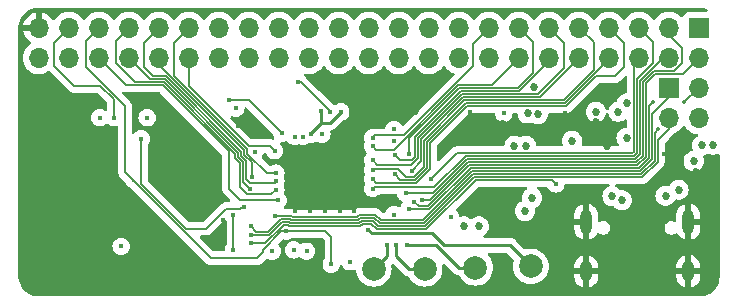
<source format=gbl>
G04 #@! TF.GenerationSoftware,KiCad,Pcbnew,7.0.6-7.0.6~ubuntu22.04.1*
G04 #@! TF.CreationDate,2023-07-20T16:44:22-04:00*
G04 #@! TF.ProjectId,f1c_linux,6631635f-6c69-46e7-9578-2e6b69636164,1*
G04 #@! TF.SameCoordinates,Original*
G04 #@! TF.FileFunction,Copper,L4,Bot*
G04 #@! TF.FilePolarity,Positive*
%FSLAX46Y46*%
G04 Gerber Fmt 4.6, Leading zero omitted, Abs format (unit mm)*
G04 Created by KiCad (PCBNEW 7.0.6-7.0.6~ubuntu22.04.1) date 2023-07-20 16:44:22*
%MOMM*%
%LPD*%
G01*
G04 APERTURE LIST*
G04 #@! TA.AperFunction,SMDPad,CuDef*
%ADD10C,2.000000*%
G04 #@! TD*
G04 #@! TA.AperFunction,ComponentPad*
%ADD11R,1.700000X1.700000*%
G04 #@! TD*
G04 #@! TA.AperFunction,ComponentPad*
%ADD12O,1.700000X1.700000*%
G04 #@! TD*
G04 #@! TA.AperFunction,ComponentPad*
%ADD13O,1.000000X2.100000*%
G04 #@! TD*
G04 #@! TA.AperFunction,ComponentPad*
%ADD14O,1.000000X1.800000*%
G04 #@! TD*
G04 #@! TA.AperFunction,ViaPad*
%ADD15C,0.450000*%
G04 #@! TD*
G04 #@! TA.AperFunction,ViaPad*
%ADD16C,0.685800*%
G04 #@! TD*
G04 #@! TA.AperFunction,ViaPad*
%ADD17C,0.350000*%
G04 #@! TD*
G04 #@! TA.AperFunction,Conductor*
%ADD18C,0.127000*%
G04 #@! TD*
G04 #@! TA.AperFunction,Conductor*
%ADD19C,0.254000*%
G04 #@! TD*
G04 APERTURE END LIST*
D10*
X90900000Y-65400000D03*
X104200000Y-65200000D03*
X95200000Y-65400000D03*
X99500000Y-65300000D03*
D11*
X118425000Y-45000000D03*
D12*
X118425000Y-47540000D03*
X115885000Y-45000000D03*
X115885000Y-47540000D03*
X113345000Y-45000000D03*
X113345000Y-47540000D03*
X110805000Y-45000000D03*
X110805000Y-47540000D03*
X108265000Y-45000000D03*
X108265000Y-47540000D03*
X105725000Y-45000000D03*
X105725000Y-47540000D03*
X103185000Y-45000000D03*
X103185000Y-47540000D03*
X100645000Y-45000000D03*
X100645000Y-47540000D03*
X98105000Y-45000000D03*
X98105000Y-47540000D03*
X95565000Y-45000000D03*
X95565000Y-47540000D03*
X93025000Y-45000000D03*
X93025000Y-47540000D03*
X90485000Y-45000000D03*
X90485000Y-47540000D03*
X87945000Y-45000000D03*
X87945000Y-47540000D03*
X85405000Y-45000000D03*
X85405000Y-47540000D03*
X82865000Y-45000000D03*
X82865000Y-47540000D03*
X80325000Y-45000000D03*
X80325000Y-47540000D03*
X77785000Y-45000000D03*
X77785000Y-47540000D03*
X75245000Y-45000000D03*
X75245000Y-47540000D03*
X72705000Y-45000000D03*
X72705000Y-47540000D03*
X70165000Y-45000000D03*
X70165000Y-47540000D03*
X67625000Y-45000000D03*
X67625000Y-47540000D03*
X65085000Y-45000000D03*
X65085000Y-47540000D03*
X62545000Y-45000000D03*
X62545000Y-47540000D03*
D11*
X115885000Y-50080000D03*
D12*
X118425000Y-50080000D03*
X115885000Y-52620000D03*
X118425000Y-52620000D03*
D13*
X108880000Y-61410000D03*
D14*
X108880000Y-65610000D03*
D13*
X117520000Y-61410000D03*
D14*
X117520000Y-65610000D03*
D15*
X93700000Y-63400000D03*
X90437500Y-62100000D03*
D16*
X102800000Y-54994100D03*
X111100000Y-59244300D03*
X103800000Y-54994100D03*
X104300000Y-59400000D03*
X98500000Y-61800000D03*
X115600000Y-59200000D03*
X103700000Y-60500000D03*
X107700000Y-54575000D03*
X116700000Y-58700000D03*
X99800000Y-61800000D03*
X111900000Y-59600000D03*
D15*
X89250000Y-56750000D03*
D16*
X109750000Y-53000000D03*
D15*
X84250000Y-55500000D03*
X89250000Y-60500000D03*
X84250000Y-59250000D03*
X86750000Y-55500000D03*
X89250000Y-59250000D03*
X72400000Y-63500000D03*
X115500000Y-55700000D03*
X84250000Y-56750000D03*
D16*
X104500000Y-50000000D03*
D15*
X75000000Y-60500000D03*
X88000000Y-55500000D03*
X99000000Y-52150000D03*
X88000000Y-58000000D03*
D16*
X89800000Y-49400000D03*
D15*
X107100000Y-52200000D03*
D16*
X115528611Y-57129851D03*
D15*
X85500000Y-56750000D03*
X89250000Y-55500000D03*
D16*
X87600000Y-49300000D03*
D15*
X85500000Y-59250000D03*
D16*
X106950000Y-52950000D03*
D15*
X80700000Y-65400000D03*
X86750000Y-60500000D03*
D16*
X94400000Y-52000000D03*
X110670459Y-55000500D03*
D15*
X79400000Y-53300000D03*
X86750000Y-59250000D03*
X66400000Y-52600000D03*
X88000000Y-60500000D03*
D16*
X104500000Y-53800000D03*
D15*
X89250000Y-58000000D03*
X85500000Y-58000000D03*
X88000000Y-56750000D03*
X84250000Y-60500000D03*
X86750000Y-58000000D03*
X85500000Y-60500000D03*
X88000000Y-59250000D03*
X73300000Y-51500000D03*
X84250000Y-58000000D03*
D16*
X104000000Y-63000000D03*
D15*
X86750000Y-56750000D03*
X78100000Y-61300000D03*
X85000000Y-65960000D03*
D16*
X97000000Y-55000000D03*
X101800000Y-53100000D03*
X93300000Y-52000000D03*
D15*
X85500000Y-55500000D03*
D16*
X118175000Y-57175000D03*
D15*
X69500000Y-63500000D03*
X71700000Y-52600000D03*
X92600000Y-60800000D03*
D16*
X119600000Y-54900000D03*
D15*
X82300000Y-63900000D03*
X85200000Y-63900000D03*
X80800000Y-55500000D03*
D16*
X118700000Y-54950000D03*
D15*
X67700000Y-52600000D03*
X92600000Y-54600000D03*
X79200000Y-51800000D03*
D16*
X117975000Y-56275000D03*
X112300500Y-51399500D03*
X112300000Y-54300000D03*
D15*
X88100000Y-52100000D03*
X97400000Y-61000000D03*
D16*
X111600000Y-52100000D03*
D15*
X85600000Y-54000000D03*
X86450000Y-52000000D03*
D16*
X109700000Y-52100000D03*
D15*
X88900000Y-64800000D03*
D16*
X103912500Y-52237900D03*
D15*
X84100000Y-63800000D03*
X101900000Y-52212500D03*
X86500000Y-54000000D03*
D16*
X104800000Y-52300000D03*
D15*
X92600000Y-53600000D03*
D17*
X114500000Y-51300000D03*
D15*
X93900000Y-60300000D03*
X94300000Y-59700000D03*
X95000000Y-59600000D03*
X93600000Y-59000000D03*
X90800000Y-58600000D03*
X95700000Y-57800000D03*
X90800000Y-57800000D03*
X92700000Y-57400000D03*
X90800000Y-57000000D03*
X94100000Y-57100000D03*
X90800000Y-56200000D03*
X92700000Y-55800000D03*
X93900000Y-55700000D03*
X90800000Y-55000000D03*
X90800000Y-54300000D03*
X84900000Y-54200000D03*
X84200000Y-54200000D03*
X82500000Y-55400000D03*
X83450000Y-62200000D03*
X87300000Y-65007798D03*
X106300000Y-58200000D03*
X80500000Y-63200000D03*
X80500000Y-62500000D03*
X82500000Y-60900000D03*
D17*
X115000000Y-53600000D03*
X117200000Y-51305000D03*
D15*
X80500000Y-61800000D03*
X82800000Y-59600000D03*
X80600000Y-57600000D03*
X80400000Y-58600000D03*
X82600000Y-58700000D03*
X82600000Y-58000000D03*
X82600000Y-57300000D03*
X78600000Y-51100000D03*
X83100000Y-53900000D03*
X92800000Y-63400000D03*
X87150000Y-52100000D03*
X84500000Y-49600000D03*
X68900000Y-52600000D03*
X79900000Y-60200000D03*
X71200000Y-54400000D03*
X92000000Y-63400000D03*
X79000000Y-60800000D03*
X79000000Y-63800000D03*
D18*
X65500000Y-49900000D02*
X63800000Y-48200000D01*
X68900000Y-51061295D02*
X67738705Y-49900000D01*
X68900000Y-52600000D02*
X68900000Y-51061295D01*
X67738705Y-49900000D02*
X65500000Y-49900000D01*
X63800000Y-48200000D02*
X63800000Y-46285000D01*
X63800000Y-46285000D02*
X65085000Y-45000000D01*
X67625000Y-45000000D02*
X66500000Y-46125000D01*
X81000000Y-64500000D02*
X81500000Y-64000000D01*
X66500000Y-46125000D02*
X66500000Y-48302085D01*
X66500000Y-48302085D02*
X69841790Y-51643875D01*
X69841790Y-51643875D02*
X69841790Y-57241790D01*
X69841790Y-57241790D02*
X70500000Y-57900000D01*
X70500000Y-57900000D02*
X70500000Y-58000000D01*
X70500000Y-58000000D02*
X70600000Y-58000000D01*
X70600000Y-58000000D02*
X77100000Y-64500000D01*
X77100000Y-64500000D02*
X81000000Y-64500000D01*
X83075545Y-62200000D02*
X83450000Y-62200000D01*
X81500000Y-64000000D02*
X81500000Y-63775545D01*
X81500000Y-63775545D02*
X83075545Y-62200000D01*
D19*
X90437500Y-62100000D02*
X90710500Y-62373000D01*
X90710500Y-62373000D02*
X95839283Y-62373000D01*
X95839283Y-62373000D02*
X96866283Y-63400000D01*
X96866283Y-63400000D02*
X102400000Y-63400000D01*
X102400000Y-63400000D02*
X104200000Y-65200000D01*
X93700000Y-63400000D02*
X96200000Y-63400000D01*
X96200000Y-63400000D02*
X98100000Y-65300000D01*
X98100000Y-65300000D02*
X99500000Y-65300000D01*
D18*
X87300000Y-65007798D02*
X87300000Y-62700000D01*
X87300000Y-62700000D02*
X86800000Y-62200000D01*
X86800000Y-62200000D02*
X83450000Y-62200000D01*
X106300000Y-58200000D02*
X105986000Y-57886000D01*
X105986000Y-57886000D02*
X99507965Y-57886000D01*
X99507965Y-57886000D02*
X95338465Y-62055500D01*
X89963545Y-61562000D02*
X89770045Y-61755500D01*
X95338465Y-62055500D02*
X91177870Y-62055500D01*
X91177870Y-62055500D02*
X90684370Y-61562000D01*
X90684370Y-61562000D02*
X89963545Y-61562000D01*
X89770045Y-61755500D02*
X83703415Y-61755500D01*
X83703415Y-61755500D02*
X83609915Y-61662000D01*
X83609915Y-61662000D02*
X83254335Y-61662000D01*
X83254335Y-61662000D02*
X81716335Y-63200000D01*
X81716335Y-63200000D02*
X80500000Y-63200000D01*
X109500740Y-57632000D02*
X109507140Y-57638400D01*
X114938400Y-54511600D02*
X115885000Y-53565000D01*
X99402755Y-57632000D02*
X109500740Y-57632000D01*
X95233255Y-61801500D02*
X99402755Y-57632000D01*
X83808625Y-61501500D02*
X89664835Y-61501500D01*
X113635280Y-57638400D02*
X114938400Y-56335280D01*
X89858335Y-61308000D02*
X90789580Y-61308000D01*
X109507140Y-57638400D02*
X113635280Y-57638400D01*
X90789580Y-61308000D02*
X91283080Y-61801500D01*
X89664835Y-61501500D02*
X89858335Y-61308000D01*
X91283080Y-61801500D02*
X95233255Y-61801500D01*
X83715125Y-61408000D02*
X83808625Y-61501500D01*
X83149125Y-61408000D02*
X83715125Y-61408000D01*
X80500000Y-62500000D02*
X82057125Y-62500000D01*
X82057125Y-62500000D02*
X83149125Y-61408000D01*
X114938400Y-56335280D02*
X114938400Y-54511600D01*
X115885000Y-53565000D02*
X115885000Y-52620000D01*
X89559625Y-61247500D02*
X83913835Y-61247500D01*
X90894790Y-61054000D02*
X89753125Y-61054000D01*
X83913835Y-61247500D02*
X83820335Y-61154000D01*
X109612350Y-57384400D02*
X109605950Y-57378000D01*
X91388290Y-61547500D02*
X90894790Y-61054000D01*
X99297545Y-57378000D02*
X95128045Y-61547500D01*
X89753125Y-61054000D02*
X89559625Y-61247500D01*
X114684400Y-56230070D02*
X113530070Y-57384400D01*
X95128045Y-61547500D02*
X91388290Y-61547500D01*
X113530070Y-57384400D02*
X109612350Y-57384400D01*
X109605950Y-57378000D02*
X99297545Y-57378000D01*
X114684400Y-53915600D02*
X114684400Y-56230070D01*
X83043915Y-61154000D02*
X81951915Y-62246000D01*
X115000000Y-53600000D02*
X114684400Y-53915600D01*
X83820335Y-61154000D02*
X83043915Y-61154000D01*
X81951915Y-62246000D02*
X80946000Y-62246000D01*
X80946000Y-62246000D02*
X80500000Y-61800000D01*
X114430400Y-56124860D02*
X114430400Y-52269600D01*
X113424860Y-57130400D02*
X114430400Y-56124860D01*
X82500000Y-60900000D02*
X83925545Y-60900000D01*
X109711160Y-57124000D02*
X109717560Y-57130400D01*
X91000000Y-60800000D02*
X91493500Y-61293500D01*
X99192335Y-57124000D02*
X109711160Y-57124000D01*
X91493500Y-61293500D02*
X95022835Y-61293500D01*
X89647915Y-60800000D02*
X91000000Y-60800000D01*
X89454415Y-60993500D02*
X89647915Y-60800000D01*
X84019045Y-60993500D02*
X89454415Y-60993500D01*
X83925545Y-60900000D02*
X84019045Y-60993500D01*
X109717560Y-57130400D02*
X113424860Y-57130400D01*
X95022835Y-61293500D02*
X99192335Y-57124000D01*
X114430400Y-52269600D02*
X115885000Y-50815000D01*
D19*
X92800000Y-64300000D02*
X93900000Y-65400000D01*
X92800000Y-63400000D02*
X92800000Y-64300000D01*
X93900000Y-65400000D02*
X95200000Y-65400000D01*
X92000000Y-63400000D02*
X92000000Y-64300000D01*
X92000000Y-64300000D02*
X90900000Y-65400000D01*
X86462500Y-53037500D02*
X85600000Y-53900000D01*
X86462500Y-53037500D02*
X87162500Y-53037500D01*
X87162500Y-53037500D02*
X88100000Y-52100000D01*
X86462500Y-52000000D02*
X86462500Y-53037500D01*
D18*
X99087125Y-56870000D02*
X95609625Y-60347500D01*
X114500000Y-51300000D02*
X114176400Y-51623600D01*
X114176400Y-51623600D02*
X114176400Y-56019650D01*
X109816370Y-56870000D02*
X99087125Y-56870000D01*
X95609625Y-60347500D02*
X93900000Y-60347500D01*
X114176400Y-56019650D02*
X113319650Y-56876400D01*
X113319650Y-56876400D02*
X109822770Y-56876400D01*
X109822770Y-56876400D02*
X109816370Y-56870000D01*
X113922400Y-49696020D02*
X113922400Y-55914440D01*
X109921580Y-56616000D02*
X98981915Y-56616000D01*
X98981915Y-56616000D02*
X95504415Y-60093500D01*
X95504415Y-60093500D02*
X94693500Y-60093500D01*
X113214440Y-56622400D02*
X109927980Y-56622400D01*
X114710920Y-48907500D02*
X113922400Y-49696020D01*
X109927980Y-56622400D02*
X109921580Y-56616000D01*
X94693500Y-60093500D02*
X94300000Y-59700000D01*
X113922400Y-55914440D02*
X113214440Y-56622400D01*
X118425000Y-47540000D02*
X117057500Y-48907500D01*
X117057500Y-48907500D02*
X114710920Y-48907500D01*
X113668400Y-49590810D02*
X114605710Y-48653500D01*
X95638705Y-59600000D02*
X98876705Y-56362000D01*
X116998500Y-46698500D02*
X115885000Y-45585000D01*
X116346227Y-48653500D02*
X116998500Y-48001227D01*
X110026790Y-56362000D02*
X110033190Y-56368400D01*
X95000000Y-59600000D02*
X95638705Y-59600000D01*
X114605710Y-48653500D02*
X116346227Y-48653500D01*
X113109230Y-56368400D02*
X113668400Y-55809230D01*
X98876705Y-56362000D02*
X110026790Y-56362000D01*
X116998500Y-48001227D02*
X116998500Y-46698500D01*
X113668400Y-55809230D02*
X113668400Y-49590810D01*
X110033190Y-56368400D02*
X113109230Y-56368400D01*
X113414400Y-55704020D02*
X113414400Y-49485600D01*
X113004020Y-56114400D02*
X113414400Y-55704020D01*
X95879495Y-59000000D02*
X98771495Y-56108000D01*
X110138400Y-56114400D02*
X113004020Y-56114400D01*
X98771495Y-56108000D02*
X110132000Y-56108000D01*
X93600000Y-59000000D02*
X95879495Y-59000000D01*
X113414400Y-49485600D02*
X115360000Y-47540000D01*
X110132000Y-56108000D02*
X110138400Y-56114400D01*
X110237210Y-55854000D02*
X110243610Y-55860400D01*
X113160400Y-55598810D02*
X113160400Y-49299327D01*
X112898810Y-55860400D02*
X113160400Y-55598810D01*
X110243610Y-55860400D02*
X112898810Y-55860400D01*
X114500000Y-47959727D02*
X114500000Y-46155000D01*
X114500000Y-46155000D02*
X113345000Y-45000000D01*
X90893500Y-58506500D02*
X96013785Y-58506500D01*
X113160400Y-49299327D02*
X114500000Y-47959727D01*
X96013785Y-58506500D02*
X98666285Y-55854000D01*
X98666285Y-55854000D02*
X110237210Y-55854000D01*
X90800000Y-58600000D02*
X90893500Y-58506500D01*
X110348820Y-55606400D02*
X110342420Y-55600000D01*
X110342420Y-55600000D02*
X97900000Y-55600000D01*
X112793600Y-55606400D02*
X110348820Y-55606400D01*
X112906400Y-48191400D02*
X112906400Y-55493600D01*
X97900000Y-55600000D02*
X95700000Y-57800000D01*
X112800000Y-48085000D02*
X112906400Y-48191400D01*
X112906400Y-55493600D02*
X112793600Y-55606400D01*
X107186420Y-51632000D02*
X109718420Y-49100000D01*
X95670000Y-54744470D02*
X98782470Y-51632000D01*
X90800000Y-57800000D02*
X91106500Y-58106500D01*
X93048790Y-58108000D02*
X94508335Y-58108000D01*
X112100000Y-46295000D02*
X110805000Y-45000000D01*
X98782470Y-51632000D02*
X107186420Y-51632000D01*
X95670000Y-56946335D02*
X95670000Y-54744470D01*
X111300000Y-49100000D02*
X112100000Y-48300000D01*
X112100000Y-48300000D02*
X112100000Y-46295000D01*
X109718420Y-49100000D02*
X111300000Y-49100000D01*
X94508335Y-58108000D02*
X95670000Y-56946335D01*
X91106500Y-58106500D02*
X93047290Y-58106500D01*
X93047290Y-58106500D02*
X93048790Y-58108000D01*
X95416000Y-56841125D02*
X95416000Y-54639260D01*
X98677260Y-51378000D02*
X107081210Y-51378000D01*
X95416000Y-54639260D02*
X98677260Y-51378000D01*
X94403125Y-57854000D02*
X95416000Y-56841125D01*
X92700000Y-57400000D02*
X93154000Y-57854000D01*
X93154000Y-57854000D02*
X94403125Y-57854000D01*
X107081210Y-51378000D02*
X110805000Y-47654210D01*
X92906500Y-56906500D02*
X93600000Y-57600000D01*
X95162000Y-54534050D02*
X98572050Y-51124000D01*
X90800000Y-57000000D02*
X90893500Y-56906500D01*
X93600000Y-57600000D02*
X94297915Y-57600000D01*
X109500000Y-46235000D02*
X108265000Y-45000000D01*
X106976000Y-51124000D02*
X109500000Y-48600000D01*
X109500000Y-48600000D02*
X109500000Y-46235000D01*
X98572050Y-51124000D02*
X106976000Y-51124000D01*
X90893500Y-56906500D02*
X92906500Y-56906500D01*
X94297915Y-57600000D02*
X95162000Y-56735915D01*
X95162000Y-56735915D02*
X95162000Y-54534050D01*
X104935000Y-50870000D02*
X108265000Y-47540000D01*
X94908000Y-56292000D02*
X94908000Y-54428840D01*
X94908000Y-54428840D02*
X98466840Y-50870000D01*
X98466840Y-50870000D02*
X104935000Y-50870000D01*
X94100000Y-57100000D02*
X94908000Y-56292000D01*
X94050625Y-56606500D02*
X94654000Y-56003125D01*
X91206500Y-56606500D02*
X94050625Y-56606500D01*
X107000000Y-48400000D02*
X107000000Y-46275000D01*
X94654000Y-56003125D02*
X94654000Y-54323630D01*
X104784000Y-50616000D02*
X107000000Y-48400000D01*
X94654000Y-54323630D02*
X98361630Y-50616000D01*
X107000000Y-46275000D02*
X105725000Y-45000000D01*
X90800000Y-56200000D02*
X91206500Y-56606500D01*
X98361630Y-50616000D02*
X104784000Y-50616000D01*
X94400000Y-54218420D02*
X98256420Y-50362000D01*
X98256420Y-50362000D02*
X103197211Y-50362000D01*
X93093500Y-56193500D02*
X94104415Y-56193500D01*
X94400000Y-55897915D02*
X94400000Y-54218420D01*
X103197211Y-50362000D02*
X105725000Y-47834211D01*
X94104415Y-56193500D02*
X94400000Y-55897915D01*
X92700000Y-55800000D02*
X93093500Y-56193500D01*
X104400000Y-48800001D02*
X104400000Y-46215000D01*
X93900000Y-54359210D02*
X98151210Y-50108000D01*
X103092001Y-50108000D02*
X104400000Y-48800001D01*
X93900000Y-55700000D02*
X93900000Y-54359210D01*
X98151210Y-50108000D02*
X103092001Y-50108000D01*
X104400000Y-46215000D02*
X103185000Y-45000000D01*
X100871000Y-49854000D02*
X103185000Y-47540000D01*
X92600000Y-55300000D02*
X98046000Y-49854000D01*
X90800000Y-55000000D02*
X91100000Y-55300000D01*
X91100000Y-55300000D02*
X92600000Y-55300000D01*
X98046000Y-49854000D02*
X100871000Y-49854000D01*
X99300000Y-46345000D02*
X100645000Y-45000000D01*
X90800000Y-54300000D02*
X90993500Y-54106500D01*
X90993500Y-54106500D02*
X93434290Y-54106500D01*
X93434290Y-54106500D02*
X99300000Y-48240790D01*
X99300000Y-48240790D02*
X99300000Y-46345000D01*
X82106500Y-55006500D02*
X80306500Y-55006500D01*
X75245000Y-49945000D02*
X75245000Y-47540000D01*
X80306500Y-55006500D02*
X75245000Y-49945000D01*
X82500000Y-55400000D02*
X82106500Y-55006500D01*
X117200000Y-51305000D02*
X118425000Y-50080000D01*
X79602085Y-59600000D02*
X78606500Y-58604415D01*
X82800000Y-59600000D02*
X79602085Y-59600000D01*
X78606500Y-55461760D02*
X73006740Y-49862000D01*
X78606500Y-58604415D02*
X78606500Y-55461760D01*
X69947000Y-49862000D02*
X67625000Y-47540000D01*
X73006740Y-49862000D02*
X69947000Y-49862000D01*
X79947290Y-55741915D02*
X79947290Y-55365710D01*
X80600000Y-56394625D02*
X79947290Y-55741915D01*
X79947290Y-55365710D02*
X72705000Y-48123420D01*
X80600000Y-57600000D02*
X80600000Y-56394625D01*
X73217160Y-49354000D02*
X71979000Y-49354000D01*
X79439290Y-55952335D02*
X79439290Y-55576130D01*
X79852500Y-56365545D02*
X79439290Y-55952335D01*
X79852500Y-58052500D02*
X79852500Y-56365545D01*
X80400000Y-58600000D02*
X79852500Y-58052500D01*
X71979000Y-49354000D02*
X70165000Y-47540000D01*
X79439290Y-55576130D02*
X73217160Y-49354000D01*
X80193500Y-59093500D02*
X79593500Y-58493500D01*
X69051500Y-46113500D02*
X70165000Y-45000000D01*
X79593500Y-56465755D02*
X79185290Y-56057545D01*
X73111950Y-49608000D02*
X70658273Y-49608000D01*
X70658273Y-49608000D02*
X69051500Y-48001227D01*
X79185290Y-55681340D02*
X73111950Y-49608000D01*
X79185290Y-56057545D02*
X79185290Y-55681340D01*
X82206500Y-59093500D02*
X80193500Y-59093500D01*
X79593500Y-58493500D02*
X79593500Y-56465755D01*
X82600000Y-58700000D02*
X82206500Y-59093500D01*
X69051500Y-48001227D02*
X69051500Y-46113500D01*
X80106500Y-56260335D02*
X79693290Y-55847125D01*
X80106500Y-57804415D02*
X80106500Y-56260335D01*
X79693290Y-55470920D02*
X73322370Y-49100000D01*
X71400000Y-48300000D02*
X71400000Y-46305000D01*
X79693290Y-55847125D02*
X79693290Y-55470920D01*
X71400000Y-46305000D02*
X72705000Y-45000000D01*
X82600000Y-58000000D02*
X82506500Y-58093500D01*
X72200000Y-49100000D02*
X71400000Y-48300000D01*
X82506500Y-58093500D02*
X80395585Y-58093500D01*
X80395585Y-58093500D02*
X80106500Y-57804415D01*
X73322370Y-49100000D02*
X72200000Y-49100000D01*
X74000000Y-49059210D02*
X74000000Y-46245000D01*
X80201290Y-55260500D02*
X74000000Y-49059210D01*
X80201290Y-55636705D02*
X80201290Y-55260500D01*
X74000000Y-46245000D02*
X75245000Y-45000000D01*
X82600000Y-57300000D02*
X81864585Y-57300000D01*
X81864585Y-57300000D02*
X80201290Y-55636705D01*
X83100000Y-53900000D02*
X80300000Y-51100000D01*
X80300000Y-51100000D02*
X78600000Y-51100000D01*
X84760415Y-49600000D02*
X87162500Y-52002085D01*
X87162500Y-52002085D02*
X87162500Y-52100000D01*
X84500000Y-49600000D02*
X84760415Y-49600000D01*
X79698957Y-60200000D02*
X79592457Y-60306500D01*
X75000000Y-62000000D02*
X71200000Y-58200000D01*
X79592457Y-60306500D02*
X78395585Y-60306500D01*
X76702085Y-62000000D02*
X75000000Y-62000000D01*
X78395585Y-60306500D02*
X76702085Y-62000000D01*
X71200000Y-58200000D02*
X71200000Y-54400000D01*
X79900000Y-60200000D02*
X79698957Y-60200000D01*
X79000000Y-63800000D02*
X79000000Y-60800000D01*
G04 #@! TA.AperFunction,Conductor*
G36*
X118614833Y-43302595D02*
G01*
X118622546Y-43303216D01*
X118763025Y-43323414D01*
X118852857Y-43336330D01*
X118870145Y-43340091D01*
X119069144Y-43398523D01*
X119127922Y-43436298D01*
X119156947Y-43499853D01*
X119147003Y-43569012D01*
X119101248Y-43621816D01*
X119034209Y-43641500D01*
X117526345Y-43641500D01*
X117465797Y-43648011D01*
X117465795Y-43648011D01*
X117328795Y-43699111D01*
X117211739Y-43786739D01*
X117124111Y-43903795D01*
X117078861Y-44025111D01*
X117036989Y-44081044D01*
X116971524Y-44105460D01*
X116903252Y-44090607D01*
X116871454Y-44065762D01*
X116808240Y-43997094D01*
X116630576Y-43858811D01*
X116630575Y-43858810D01*
X116630572Y-43858808D01*
X116432580Y-43751661D01*
X116432577Y-43751659D01*
X116432574Y-43751658D01*
X116432571Y-43751657D01*
X116432569Y-43751656D01*
X116219637Y-43678556D01*
X115997569Y-43641500D01*
X115772431Y-43641500D01*
X115550362Y-43678556D01*
X115337430Y-43751656D01*
X115337419Y-43751661D01*
X115139427Y-43858808D01*
X115139422Y-43858812D01*
X114961761Y-43997092D01*
X114961756Y-43997097D01*
X114809284Y-44162723D01*
X114809276Y-44162734D01*
X114718808Y-44301206D01*
X114665662Y-44346562D01*
X114596431Y-44355986D01*
X114533095Y-44326484D01*
X114511192Y-44301206D01*
X114435049Y-44184661D01*
X114420722Y-44162732D01*
X114420719Y-44162729D01*
X114420715Y-44162723D01*
X114268243Y-43997097D01*
X114268238Y-43997092D01*
X114090577Y-43858812D01*
X114090572Y-43858808D01*
X113892580Y-43751661D01*
X113892577Y-43751659D01*
X113892574Y-43751658D01*
X113892571Y-43751657D01*
X113892569Y-43751656D01*
X113679637Y-43678556D01*
X113457569Y-43641500D01*
X113232431Y-43641500D01*
X113010362Y-43678556D01*
X112797430Y-43751656D01*
X112797419Y-43751661D01*
X112599427Y-43858808D01*
X112599422Y-43858812D01*
X112421761Y-43997092D01*
X112421756Y-43997097D01*
X112269284Y-44162723D01*
X112269276Y-44162734D01*
X112178807Y-44301206D01*
X112125660Y-44346563D01*
X112056429Y-44355986D01*
X111993093Y-44326483D01*
X111971191Y-44301206D01*
X111880722Y-44162732D01*
X111880717Y-44162727D01*
X111880715Y-44162723D01*
X111728243Y-43997097D01*
X111728238Y-43997092D01*
X111550577Y-43858812D01*
X111550572Y-43858808D01*
X111352580Y-43751661D01*
X111352577Y-43751659D01*
X111352574Y-43751658D01*
X111352571Y-43751657D01*
X111352569Y-43751656D01*
X111139637Y-43678556D01*
X110917569Y-43641500D01*
X110692431Y-43641500D01*
X110470362Y-43678556D01*
X110257430Y-43751656D01*
X110257419Y-43751661D01*
X110059427Y-43858808D01*
X110059422Y-43858812D01*
X109881761Y-43997092D01*
X109881756Y-43997097D01*
X109729284Y-44162723D01*
X109729276Y-44162734D01*
X109638808Y-44301206D01*
X109585662Y-44346562D01*
X109516431Y-44355986D01*
X109453095Y-44326484D01*
X109431192Y-44301206D01*
X109355049Y-44184661D01*
X109340722Y-44162732D01*
X109340719Y-44162729D01*
X109340715Y-44162723D01*
X109188243Y-43997097D01*
X109188238Y-43997092D01*
X109010577Y-43858812D01*
X109010572Y-43858808D01*
X108812580Y-43751661D01*
X108812577Y-43751659D01*
X108812574Y-43751658D01*
X108812571Y-43751657D01*
X108812569Y-43751656D01*
X108599637Y-43678556D01*
X108377569Y-43641500D01*
X108152431Y-43641500D01*
X107930362Y-43678556D01*
X107717430Y-43751656D01*
X107717419Y-43751661D01*
X107519427Y-43858808D01*
X107519422Y-43858812D01*
X107341761Y-43997092D01*
X107341756Y-43997097D01*
X107189284Y-44162723D01*
X107189276Y-44162734D01*
X107098807Y-44301206D01*
X107045660Y-44346563D01*
X106976429Y-44355986D01*
X106913093Y-44326483D01*
X106891191Y-44301206D01*
X106800722Y-44162732D01*
X106800717Y-44162727D01*
X106800715Y-44162723D01*
X106648243Y-43997097D01*
X106648238Y-43997092D01*
X106470577Y-43858812D01*
X106470572Y-43858808D01*
X106272580Y-43751661D01*
X106272577Y-43751659D01*
X106272574Y-43751658D01*
X106272571Y-43751657D01*
X106272569Y-43751656D01*
X106059637Y-43678556D01*
X105837569Y-43641500D01*
X105612431Y-43641500D01*
X105390362Y-43678556D01*
X105177430Y-43751656D01*
X105177419Y-43751661D01*
X104979427Y-43858808D01*
X104979422Y-43858812D01*
X104801761Y-43997092D01*
X104801756Y-43997097D01*
X104649284Y-44162723D01*
X104649276Y-44162734D01*
X104558808Y-44301206D01*
X104505662Y-44346562D01*
X104436431Y-44355986D01*
X104373095Y-44326484D01*
X104351192Y-44301206D01*
X104275049Y-44184661D01*
X104260722Y-44162732D01*
X104260719Y-44162729D01*
X104260715Y-44162723D01*
X104108243Y-43997097D01*
X104108238Y-43997092D01*
X103930577Y-43858812D01*
X103930572Y-43858808D01*
X103732580Y-43751661D01*
X103732577Y-43751659D01*
X103732574Y-43751658D01*
X103732571Y-43751657D01*
X103732569Y-43751656D01*
X103519637Y-43678556D01*
X103297569Y-43641500D01*
X103072431Y-43641500D01*
X102850362Y-43678556D01*
X102637430Y-43751656D01*
X102637419Y-43751661D01*
X102439427Y-43858808D01*
X102439422Y-43858812D01*
X102261761Y-43997092D01*
X102261756Y-43997097D01*
X102109284Y-44162723D01*
X102109276Y-44162734D01*
X102018807Y-44301206D01*
X101965660Y-44346563D01*
X101896429Y-44355986D01*
X101833093Y-44326483D01*
X101811191Y-44301206D01*
X101720722Y-44162732D01*
X101720717Y-44162727D01*
X101720715Y-44162723D01*
X101568243Y-43997097D01*
X101568238Y-43997092D01*
X101390577Y-43858812D01*
X101390572Y-43858808D01*
X101192580Y-43751661D01*
X101192577Y-43751659D01*
X101192574Y-43751658D01*
X101192571Y-43751657D01*
X101192569Y-43751656D01*
X100979637Y-43678556D01*
X100757569Y-43641500D01*
X100532431Y-43641500D01*
X100310362Y-43678556D01*
X100097430Y-43751656D01*
X100097419Y-43751661D01*
X99899427Y-43858808D01*
X99899422Y-43858812D01*
X99721761Y-43997092D01*
X99721756Y-43997097D01*
X99569284Y-44162723D01*
X99569276Y-44162734D01*
X99478808Y-44301206D01*
X99425662Y-44346562D01*
X99356431Y-44355986D01*
X99293095Y-44326484D01*
X99271192Y-44301206D01*
X99195049Y-44184661D01*
X99180722Y-44162732D01*
X99180719Y-44162729D01*
X99180715Y-44162723D01*
X99028243Y-43997097D01*
X99028238Y-43997092D01*
X98850577Y-43858812D01*
X98850572Y-43858808D01*
X98652580Y-43751661D01*
X98652577Y-43751659D01*
X98652574Y-43751658D01*
X98652571Y-43751657D01*
X98652569Y-43751656D01*
X98439637Y-43678556D01*
X98217569Y-43641500D01*
X97992431Y-43641500D01*
X97770362Y-43678556D01*
X97557430Y-43751656D01*
X97557419Y-43751661D01*
X97359427Y-43858808D01*
X97359422Y-43858812D01*
X97181761Y-43997092D01*
X97181756Y-43997097D01*
X97029284Y-44162723D01*
X97029276Y-44162734D01*
X96938807Y-44301206D01*
X96885660Y-44346563D01*
X96816429Y-44355986D01*
X96753093Y-44326483D01*
X96731191Y-44301206D01*
X96640722Y-44162732D01*
X96640717Y-44162727D01*
X96640715Y-44162723D01*
X96488243Y-43997097D01*
X96488238Y-43997092D01*
X96310577Y-43858812D01*
X96310572Y-43858808D01*
X96112580Y-43751661D01*
X96112577Y-43751659D01*
X96112574Y-43751658D01*
X96112571Y-43751657D01*
X96112569Y-43751656D01*
X95899637Y-43678556D01*
X95677569Y-43641500D01*
X95452431Y-43641500D01*
X95230362Y-43678556D01*
X95017430Y-43751656D01*
X95017419Y-43751661D01*
X94819427Y-43858808D01*
X94819422Y-43858812D01*
X94641761Y-43997092D01*
X94641756Y-43997097D01*
X94489284Y-44162723D01*
X94489276Y-44162734D01*
X94398808Y-44301206D01*
X94345662Y-44346562D01*
X94276431Y-44355986D01*
X94213095Y-44326484D01*
X94191192Y-44301206D01*
X94115049Y-44184661D01*
X94100722Y-44162732D01*
X94100719Y-44162729D01*
X94100715Y-44162723D01*
X93948243Y-43997097D01*
X93948238Y-43997092D01*
X93770577Y-43858812D01*
X93770572Y-43858808D01*
X93572580Y-43751661D01*
X93572577Y-43751659D01*
X93572574Y-43751658D01*
X93572571Y-43751657D01*
X93572569Y-43751656D01*
X93359637Y-43678556D01*
X93137569Y-43641500D01*
X92912431Y-43641500D01*
X92690362Y-43678556D01*
X92477430Y-43751656D01*
X92477419Y-43751661D01*
X92279427Y-43858808D01*
X92279422Y-43858812D01*
X92101761Y-43997092D01*
X92101756Y-43997097D01*
X91949284Y-44162723D01*
X91949276Y-44162734D01*
X91858807Y-44301206D01*
X91805660Y-44346563D01*
X91736429Y-44355986D01*
X91673093Y-44326483D01*
X91651191Y-44301206D01*
X91560722Y-44162732D01*
X91560717Y-44162727D01*
X91560715Y-44162723D01*
X91408243Y-43997097D01*
X91408238Y-43997092D01*
X91230577Y-43858812D01*
X91230572Y-43858808D01*
X91032580Y-43751661D01*
X91032577Y-43751659D01*
X91032574Y-43751658D01*
X91032571Y-43751657D01*
X91032569Y-43751656D01*
X90819637Y-43678556D01*
X90597569Y-43641500D01*
X90372431Y-43641500D01*
X90150362Y-43678556D01*
X89937430Y-43751656D01*
X89937419Y-43751661D01*
X89739427Y-43858808D01*
X89739422Y-43858812D01*
X89561761Y-43997092D01*
X89561756Y-43997097D01*
X89409284Y-44162723D01*
X89409276Y-44162734D01*
X89318808Y-44301206D01*
X89265662Y-44346562D01*
X89196431Y-44355986D01*
X89133095Y-44326484D01*
X89111192Y-44301206D01*
X89035049Y-44184661D01*
X89020722Y-44162732D01*
X89020719Y-44162729D01*
X89020715Y-44162723D01*
X88868243Y-43997097D01*
X88868238Y-43997092D01*
X88690577Y-43858812D01*
X88690572Y-43858808D01*
X88492580Y-43751661D01*
X88492577Y-43751659D01*
X88492574Y-43751658D01*
X88492571Y-43751657D01*
X88492569Y-43751656D01*
X88279637Y-43678556D01*
X88057569Y-43641500D01*
X87832431Y-43641500D01*
X87610362Y-43678556D01*
X87397430Y-43751656D01*
X87397419Y-43751661D01*
X87199427Y-43858808D01*
X87199422Y-43858812D01*
X87021761Y-43997092D01*
X87021756Y-43997097D01*
X86869284Y-44162723D01*
X86869276Y-44162734D01*
X86778807Y-44301206D01*
X86725660Y-44346563D01*
X86656429Y-44355986D01*
X86593093Y-44326483D01*
X86571191Y-44301206D01*
X86480722Y-44162732D01*
X86480717Y-44162727D01*
X86480715Y-44162723D01*
X86328243Y-43997097D01*
X86328238Y-43997092D01*
X86150577Y-43858812D01*
X86150572Y-43858808D01*
X85952580Y-43751661D01*
X85952577Y-43751659D01*
X85952574Y-43751658D01*
X85952571Y-43751657D01*
X85952569Y-43751656D01*
X85739637Y-43678556D01*
X85517569Y-43641500D01*
X85292431Y-43641500D01*
X85070362Y-43678556D01*
X84857430Y-43751656D01*
X84857419Y-43751661D01*
X84659427Y-43858808D01*
X84659422Y-43858812D01*
X84481761Y-43997092D01*
X84481756Y-43997097D01*
X84329284Y-44162723D01*
X84329276Y-44162734D01*
X84238808Y-44301206D01*
X84185662Y-44346562D01*
X84116431Y-44355986D01*
X84053095Y-44326484D01*
X84031192Y-44301206D01*
X83955049Y-44184661D01*
X83940722Y-44162732D01*
X83940719Y-44162729D01*
X83940715Y-44162723D01*
X83788243Y-43997097D01*
X83788238Y-43997092D01*
X83610577Y-43858812D01*
X83610572Y-43858808D01*
X83412580Y-43751661D01*
X83412577Y-43751659D01*
X83412574Y-43751658D01*
X83412571Y-43751657D01*
X83412569Y-43751656D01*
X83199637Y-43678556D01*
X82977569Y-43641500D01*
X82752431Y-43641500D01*
X82530362Y-43678556D01*
X82317430Y-43751656D01*
X82317419Y-43751661D01*
X82119427Y-43858808D01*
X82119422Y-43858812D01*
X81941761Y-43997092D01*
X81941756Y-43997097D01*
X81789284Y-44162723D01*
X81789276Y-44162734D01*
X81698807Y-44301206D01*
X81645660Y-44346563D01*
X81576429Y-44355986D01*
X81513093Y-44326483D01*
X81491191Y-44301206D01*
X81400722Y-44162732D01*
X81400717Y-44162727D01*
X81400715Y-44162723D01*
X81248243Y-43997097D01*
X81248238Y-43997092D01*
X81070577Y-43858812D01*
X81070572Y-43858808D01*
X80872580Y-43751661D01*
X80872577Y-43751659D01*
X80872574Y-43751658D01*
X80872571Y-43751657D01*
X80872569Y-43751656D01*
X80659637Y-43678556D01*
X80437569Y-43641500D01*
X80212431Y-43641500D01*
X79990362Y-43678556D01*
X79777430Y-43751656D01*
X79777419Y-43751661D01*
X79579427Y-43858808D01*
X79579422Y-43858812D01*
X79401761Y-43997092D01*
X79401756Y-43997097D01*
X79249284Y-44162723D01*
X79249276Y-44162734D01*
X79158808Y-44301206D01*
X79105662Y-44346562D01*
X79036431Y-44355986D01*
X78973095Y-44326484D01*
X78951192Y-44301206D01*
X78875049Y-44184661D01*
X78860722Y-44162732D01*
X78860719Y-44162729D01*
X78860715Y-44162723D01*
X78708243Y-43997097D01*
X78708238Y-43997092D01*
X78530577Y-43858812D01*
X78530572Y-43858808D01*
X78332580Y-43751661D01*
X78332577Y-43751659D01*
X78332574Y-43751658D01*
X78332571Y-43751657D01*
X78332569Y-43751656D01*
X78119637Y-43678556D01*
X77897569Y-43641500D01*
X77672431Y-43641500D01*
X77450362Y-43678556D01*
X77237430Y-43751656D01*
X77237419Y-43751661D01*
X77039427Y-43858808D01*
X77039422Y-43858812D01*
X76861761Y-43997092D01*
X76861756Y-43997097D01*
X76709284Y-44162723D01*
X76709276Y-44162734D01*
X76618807Y-44301206D01*
X76565660Y-44346563D01*
X76496429Y-44355986D01*
X76433093Y-44326483D01*
X76411191Y-44301206D01*
X76320722Y-44162732D01*
X76320717Y-44162727D01*
X76320715Y-44162723D01*
X76168243Y-43997097D01*
X76168238Y-43997092D01*
X75990577Y-43858812D01*
X75990572Y-43858808D01*
X75792580Y-43751661D01*
X75792577Y-43751659D01*
X75792574Y-43751658D01*
X75792571Y-43751657D01*
X75792569Y-43751656D01*
X75579637Y-43678556D01*
X75357569Y-43641500D01*
X75132431Y-43641500D01*
X74910362Y-43678556D01*
X74697430Y-43751656D01*
X74697419Y-43751661D01*
X74499427Y-43858808D01*
X74499422Y-43858812D01*
X74321761Y-43997092D01*
X74321756Y-43997097D01*
X74169284Y-44162723D01*
X74169276Y-44162734D01*
X74078808Y-44301206D01*
X74025662Y-44346562D01*
X73956431Y-44355986D01*
X73893095Y-44326484D01*
X73871192Y-44301206D01*
X73795049Y-44184661D01*
X73780722Y-44162732D01*
X73780719Y-44162729D01*
X73780715Y-44162723D01*
X73628243Y-43997097D01*
X73628238Y-43997092D01*
X73450577Y-43858812D01*
X73450572Y-43858808D01*
X73252580Y-43751661D01*
X73252577Y-43751659D01*
X73252574Y-43751658D01*
X73252571Y-43751657D01*
X73252569Y-43751656D01*
X73039637Y-43678556D01*
X72817569Y-43641500D01*
X72592431Y-43641500D01*
X72370362Y-43678556D01*
X72157430Y-43751656D01*
X72157419Y-43751661D01*
X71959427Y-43858808D01*
X71959422Y-43858812D01*
X71781761Y-43997092D01*
X71781756Y-43997097D01*
X71629284Y-44162723D01*
X71629276Y-44162734D01*
X71538808Y-44301206D01*
X71485662Y-44346562D01*
X71416431Y-44355986D01*
X71353095Y-44326484D01*
X71331192Y-44301206D01*
X71255049Y-44184661D01*
X71240722Y-44162732D01*
X71240719Y-44162729D01*
X71240715Y-44162723D01*
X71088243Y-43997097D01*
X71088238Y-43997092D01*
X70910577Y-43858812D01*
X70910572Y-43858808D01*
X70712580Y-43751661D01*
X70712577Y-43751659D01*
X70712574Y-43751658D01*
X70712571Y-43751657D01*
X70712569Y-43751656D01*
X70499637Y-43678556D01*
X70277569Y-43641500D01*
X70052431Y-43641500D01*
X69830362Y-43678556D01*
X69617430Y-43751656D01*
X69617419Y-43751661D01*
X69419427Y-43858808D01*
X69419422Y-43858812D01*
X69241761Y-43997092D01*
X69241756Y-43997097D01*
X69089284Y-44162723D01*
X69089276Y-44162734D01*
X68998808Y-44301206D01*
X68945662Y-44346562D01*
X68876431Y-44355986D01*
X68813095Y-44326484D01*
X68791192Y-44301206D01*
X68715049Y-44184661D01*
X68700722Y-44162732D01*
X68700719Y-44162729D01*
X68700715Y-44162723D01*
X68548243Y-43997097D01*
X68548238Y-43997092D01*
X68370577Y-43858812D01*
X68370572Y-43858808D01*
X68172580Y-43751661D01*
X68172577Y-43751659D01*
X68172574Y-43751658D01*
X68172571Y-43751657D01*
X68172569Y-43751656D01*
X67959637Y-43678556D01*
X67737569Y-43641500D01*
X67512431Y-43641500D01*
X67290362Y-43678556D01*
X67077430Y-43751656D01*
X67077419Y-43751661D01*
X66879427Y-43858808D01*
X66879422Y-43858812D01*
X66701761Y-43997092D01*
X66701756Y-43997097D01*
X66549284Y-44162723D01*
X66549276Y-44162734D01*
X66458808Y-44301206D01*
X66405662Y-44346562D01*
X66336431Y-44355986D01*
X66273095Y-44326484D01*
X66251192Y-44301206D01*
X66175049Y-44184661D01*
X66160722Y-44162732D01*
X66160719Y-44162729D01*
X66160715Y-44162723D01*
X66008243Y-43997097D01*
X66008238Y-43997092D01*
X65830577Y-43858812D01*
X65830572Y-43858808D01*
X65632580Y-43751661D01*
X65632577Y-43751659D01*
X65632574Y-43751658D01*
X65632571Y-43751657D01*
X65632569Y-43751656D01*
X65419637Y-43678556D01*
X65197569Y-43641500D01*
X64972431Y-43641500D01*
X64750362Y-43678556D01*
X64537430Y-43751656D01*
X64537419Y-43751661D01*
X64339427Y-43858808D01*
X64339422Y-43858812D01*
X64161761Y-43997092D01*
X64161756Y-43997097D01*
X64009284Y-44162723D01*
X64009276Y-44162734D01*
X63915251Y-44306650D01*
X63862105Y-44352007D01*
X63792873Y-44361430D01*
X63729538Y-44331928D01*
X63709868Y-44309951D01*
X63583113Y-44128926D01*
X63583108Y-44128920D01*
X63416082Y-43961894D01*
X63222578Y-43826399D01*
X63008492Y-43726570D01*
X63008486Y-43726567D01*
X62795000Y-43669364D01*
X62795000Y-44564498D01*
X62687315Y-44515320D01*
X62580763Y-44500000D01*
X62509237Y-44500000D01*
X62402685Y-44515320D01*
X62295000Y-44564498D01*
X62295000Y-43669364D01*
X62294999Y-43669364D01*
X62081513Y-43726567D01*
X62081507Y-43726570D01*
X61867422Y-43826399D01*
X61867420Y-43826400D01*
X61673926Y-43961886D01*
X61673920Y-43961891D01*
X61506891Y-44128920D01*
X61506886Y-44128926D01*
X61371400Y-44322420D01*
X61371399Y-44322422D01*
X61271570Y-44536507D01*
X61271567Y-44536513D01*
X61214364Y-44749999D01*
X61214364Y-44750000D01*
X62111314Y-44750000D01*
X62085507Y-44790156D01*
X62045000Y-44928111D01*
X62045000Y-45071889D01*
X62085507Y-45209844D01*
X62111314Y-45250000D01*
X61214364Y-45250000D01*
X61271567Y-45463486D01*
X61271570Y-45463492D01*
X61371399Y-45677578D01*
X61506894Y-45871082D01*
X61673917Y-46038105D01*
X61854802Y-46164763D01*
X61898427Y-46219340D01*
X61905619Y-46288839D01*
X61874097Y-46351193D01*
X61842697Y-46375392D01*
X61799427Y-46398809D01*
X61799422Y-46398812D01*
X61621761Y-46537092D01*
X61621756Y-46537097D01*
X61469284Y-46702723D01*
X61469276Y-46702734D01*
X61346140Y-46891207D01*
X61255703Y-47097385D01*
X61200436Y-47315628D01*
X61200434Y-47315640D01*
X61181844Y-47539994D01*
X61181844Y-47540005D01*
X61200434Y-47764359D01*
X61200436Y-47764371D01*
X61255703Y-47982614D01*
X61346140Y-48188792D01*
X61469276Y-48377265D01*
X61469284Y-48377276D01*
X61621756Y-48542902D01*
X61621760Y-48542906D01*
X61799424Y-48681189D01*
X61799425Y-48681189D01*
X61799427Y-48681191D01*
X61900588Y-48735936D01*
X61997426Y-48788342D01*
X62210365Y-48861444D01*
X62432431Y-48898500D01*
X62657569Y-48898500D01*
X62879635Y-48861444D01*
X63092574Y-48788342D01*
X63290576Y-48681189D01*
X63306326Y-48668929D01*
X63371319Y-48643286D01*
X63439860Y-48656851D01*
X63470171Y-48679101D01*
X65066154Y-50275084D01*
X65071495Y-50281174D01*
X65080551Y-50292976D01*
X65089292Y-50304368D01*
X65092045Y-50307955D01*
X65120756Y-50329985D01*
X65120772Y-50329999D01*
X65162009Y-50361641D01*
X65170905Y-50368467D01*
X65211532Y-50399641D01*
X65350678Y-50457277D01*
X65462508Y-50472000D01*
X65462509Y-50472000D01*
X65464552Y-50472269D01*
X65464570Y-50472271D01*
X65499998Y-50476935D01*
X65500000Y-50476935D01*
X65500001Y-50476935D01*
X65513108Y-50475209D01*
X65533454Y-50472530D01*
X65541553Y-50472000D01*
X67450413Y-50472000D01*
X67517452Y-50491685D01*
X67538094Y-50508319D01*
X68291681Y-51261906D01*
X68325166Y-51323229D01*
X68328000Y-51349587D01*
X68328000Y-51903958D01*
X68308315Y-51970997D01*
X68255511Y-52016752D01*
X68186353Y-52026696D01*
X68138028Y-52008952D01*
X68020267Y-51934958D01*
X68020268Y-51934958D01*
X67864246Y-51880364D01*
X67700004Y-51861859D01*
X67699996Y-51861859D01*
X67535753Y-51880364D01*
X67379731Y-51934958D01*
X67239776Y-52022898D01*
X67122898Y-52139776D01*
X67034958Y-52279731D01*
X66980364Y-52435753D01*
X66961859Y-52599996D01*
X66961859Y-52600003D01*
X66980364Y-52764246D01*
X66980365Y-52764251D01*
X66980366Y-52764252D01*
X66983870Y-52774266D01*
X67034958Y-52920268D01*
X67099445Y-53022898D01*
X67122898Y-53060223D01*
X67239777Y-53177102D01*
X67244972Y-53180366D01*
X67376430Y-53262967D01*
X67379733Y-53265042D01*
X67535748Y-53319634D01*
X67535751Y-53319634D01*
X67535753Y-53319635D01*
X67699996Y-53338141D01*
X67700000Y-53338141D01*
X67700004Y-53338141D01*
X67864246Y-53319635D01*
X67864247Y-53319634D01*
X67864252Y-53319634D01*
X68020267Y-53265042D01*
X68160223Y-53177102D01*
X68212319Y-53125005D01*
X68273642Y-53091521D01*
X68343334Y-53096505D01*
X68387681Y-53125005D01*
X68439777Y-53177102D01*
X68444972Y-53180366D01*
X68576430Y-53262967D01*
X68579733Y-53265042D01*
X68735748Y-53319634D01*
X68735751Y-53319634D01*
X68735753Y-53319635D01*
X68899996Y-53338141D01*
X68900000Y-53338141D01*
X68900004Y-53338141D01*
X69064248Y-53319635D01*
X69064250Y-53319634D01*
X69064252Y-53319634D01*
X69104836Y-53305432D01*
X69174613Y-53301870D01*
X69235241Y-53336599D01*
X69267468Y-53398592D01*
X69269790Y-53422474D01*
X69269790Y-57200237D01*
X69269259Y-57208339D01*
X69264855Y-57241788D01*
X69269311Y-57275645D01*
X69269313Y-57275659D01*
X69281209Y-57366014D01*
X69284512Y-57391108D01*
X69284514Y-57391115D01*
X69342148Y-57530257D01*
X69342149Y-57530258D01*
X69406215Y-57613751D01*
X69433835Y-57649745D01*
X69460614Y-57670293D01*
X69466711Y-57675641D01*
X69926929Y-58135859D01*
X69953809Y-58176087D01*
X69992028Y-58268357D01*
X70000359Y-58288468D01*
X70092045Y-58407955D01*
X70211532Y-58499641D01*
X70211533Y-58499641D01*
X70211534Y-58499642D01*
X70323910Y-58546189D01*
X70364139Y-58573069D01*
X76666143Y-64875073D01*
X76671496Y-64881176D01*
X76671500Y-64881181D01*
X76692045Y-64907955D01*
X76722044Y-64930974D01*
X76722046Y-64930976D01*
X76755669Y-64956776D01*
X76811532Y-64999641D01*
X76950678Y-65057277D01*
X77062508Y-65072000D01*
X77062509Y-65072000D01*
X77064552Y-65072269D01*
X77064570Y-65072271D01*
X77099998Y-65076935D01*
X77100000Y-65076935D01*
X77100001Y-65076935D01*
X77113108Y-65075209D01*
X77133454Y-65072530D01*
X77141553Y-65072000D01*
X80958447Y-65072000D01*
X80966545Y-65072530D01*
X80986891Y-65075209D01*
X80999999Y-65076935D01*
X81000000Y-65076935D01*
X81035560Y-65072253D01*
X81035583Y-65072251D01*
X81037489Y-65072000D01*
X81037492Y-65072000D01*
X81149322Y-65057277D01*
X81288468Y-64999641D01*
X81344331Y-64956776D01*
X81351238Y-64951476D01*
X81389135Y-64922397D01*
X81389140Y-64922392D01*
X81407953Y-64907957D01*
X81407955Y-64907955D01*
X81428503Y-64881174D01*
X81433845Y-64875083D01*
X81764973Y-64543955D01*
X81826294Y-64510472D01*
X81895986Y-64515456D01*
X81918622Y-64526643D01*
X81936920Y-64538141D01*
X81979730Y-64565041D01*
X81979733Y-64565042D01*
X82135748Y-64619634D01*
X82135751Y-64619634D01*
X82135753Y-64619635D01*
X82299996Y-64638141D01*
X82300000Y-64638141D01*
X82300004Y-64638141D01*
X82464246Y-64619635D01*
X82464247Y-64619634D01*
X82464252Y-64619634D01*
X82620267Y-64565042D01*
X82760223Y-64477102D01*
X82877102Y-64360223D01*
X82965042Y-64220267D01*
X83019634Y-64064252D01*
X83020656Y-64055185D01*
X83038141Y-63900003D01*
X83038141Y-63899996D01*
X83026874Y-63800003D01*
X83361859Y-63800003D01*
X83380364Y-63964246D01*
X83434958Y-64120268D01*
X83511293Y-64241754D01*
X83522898Y-64260223D01*
X83639777Y-64377102D01*
X83722558Y-64429116D01*
X83779729Y-64465040D01*
X83779733Y-64465042D01*
X83935748Y-64519634D01*
X83935751Y-64519634D01*
X83935753Y-64519635D01*
X84099996Y-64538141D01*
X84100000Y-64538141D01*
X84100004Y-64538141D01*
X84264246Y-64519635D01*
X84264247Y-64519634D01*
X84264252Y-64519634D01*
X84420267Y-64465042D01*
X84525349Y-64399014D01*
X84592585Y-64380014D01*
X84659420Y-64400381D01*
X84679002Y-64416326D01*
X84739777Y-64477102D01*
X84807468Y-64519635D01*
X84864174Y-64555266D01*
X84879733Y-64565042D01*
X85035748Y-64619634D01*
X85035751Y-64619634D01*
X85035753Y-64619635D01*
X85199996Y-64638141D01*
X85200000Y-64638141D01*
X85200004Y-64638141D01*
X85364246Y-64619635D01*
X85364247Y-64619634D01*
X85364252Y-64619634D01*
X85520267Y-64565042D01*
X85660223Y-64477102D01*
X85777102Y-64360223D01*
X85865042Y-64220267D01*
X85919634Y-64064252D01*
X85920656Y-64055185D01*
X85938141Y-63900003D01*
X85938141Y-63899996D01*
X85919635Y-63735753D01*
X85919634Y-63735751D01*
X85919634Y-63735748D01*
X85865042Y-63579733D01*
X85777102Y-63439777D01*
X85660223Y-63322898D01*
X85625349Y-63300985D01*
X85520268Y-63234958D01*
X85364246Y-63180364D01*
X85200004Y-63161859D01*
X85199996Y-63161859D01*
X85035753Y-63180364D01*
X84879731Y-63234958D01*
X84879727Y-63234960D01*
X84774649Y-63300985D01*
X84707413Y-63319985D01*
X84640578Y-63299617D01*
X84620997Y-63283672D01*
X84560223Y-63222898D01*
X84420268Y-63134958D01*
X84264246Y-63080364D01*
X84100004Y-63061859D01*
X84099996Y-63061859D01*
X83935753Y-63080364D01*
X83779731Y-63134958D01*
X83639776Y-63222898D01*
X83522898Y-63339776D01*
X83434958Y-63479731D01*
X83380364Y-63635753D01*
X83361859Y-63799996D01*
X83361859Y-63800003D01*
X83026874Y-63800003D01*
X83019635Y-63735753D01*
X83019634Y-63735751D01*
X83019634Y-63735748D01*
X82965042Y-63579733D01*
X82877102Y-63439777D01*
X82848580Y-63411255D01*
X82815095Y-63349932D01*
X82820079Y-63280240D01*
X82848576Y-63235898D01*
X83141089Y-62943384D01*
X83202410Y-62909901D01*
X83269720Y-62914025D01*
X83285748Y-62919634D01*
X83285754Y-62919634D01*
X83285755Y-62919635D01*
X83449996Y-62938141D01*
X83450000Y-62938141D01*
X83450004Y-62938141D01*
X83614246Y-62919635D01*
X83614247Y-62919634D01*
X83614252Y-62919634D01*
X83770267Y-62865042D01*
X83888094Y-62791006D01*
X83954067Y-62772000D01*
X86511708Y-62772000D01*
X86578747Y-62791685D01*
X86599389Y-62808319D01*
X86691681Y-62900611D01*
X86725166Y-62961934D01*
X86728000Y-62988292D01*
X86728000Y-64503731D01*
X86708994Y-64569703D01*
X86634958Y-64687529D01*
X86580364Y-64843551D01*
X86561859Y-65007794D01*
X86561859Y-65007801D01*
X86580364Y-65172044D01*
X86634958Y-65328066D01*
X86721026Y-65465041D01*
X86722898Y-65468021D01*
X86839777Y-65584900D01*
X86922234Y-65636711D01*
X86971388Y-65667597D01*
X86979733Y-65672840D01*
X87135748Y-65727432D01*
X87135751Y-65727432D01*
X87135753Y-65727433D01*
X87299996Y-65745939D01*
X87300000Y-65745939D01*
X87300004Y-65745939D01*
X87464246Y-65727433D01*
X87464247Y-65727432D01*
X87464252Y-65727432D01*
X87620267Y-65672840D01*
X87760223Y-65584900D01*
X87877102Y-65468021D01*
X87965042Y-65328065D01*
X88019634Y-65172050D01*
X88019635Y-65172044D01*
X88021933Y-65165478D01*
X88023779Y-65166124D01*
X88053155Y-65113584D01*
X88114810Y-65080715D01*
X88184449Y-65086397D01*
X88239960Y-65128826D01*
X88244948Y-65136167D01*
X88285057Y-65199999D01*
X88322898Y-65260223D01*
X88439777Y-65377102D01*
X88476219Y-65400000D01*
X88576072Y-65462742D01*
X88579733Y-65465042D01*
X88735748Y-65519634D01*
X88735751Y-65519634D01*
X88735753Y-65519635D01*
X88899996Y-65538141D01*
X88900000Y-65538141D01*
X88900004Y-65538141D01*
X89064246Y-65519635D01*
X89064247Y-65519634D01*
X89064252Y-65519634D01*
X89220267Y-65465042D01*
X89220276Y-65465036D01*
X89222468Y-65463981D01*
X89224038Y-65463722D01*
X89226840Y-65462742D01*
X89227011Y-65463232D01*
X89291409Y-65452623D01*
X89355546Y-65480341D01*
X89394516Y-65538333D01*
X89399897Y-65565966D01*
X89405465Y-65636711D01*
X89421210Y-65702292D01*
X89460895Y-65867595D01*
X89460895Y-65867597D01*
X89551757Y-66086959D01*
X89551759Y-66086962D01*
X89675820Y-66289410D01*
X89675821Y-66289413D01*
X89675824Y-66289416D01*
X89830031Y-66469969D01*
X89921677Y-66548242D01*
X90010586Y-66624178D01*
X90010589Y-66624179D01*
X90213037Y-66748240D01*
X90213040Y-66748242D01*
X90432403Y-66839104D01*
X90432404Y-66839104D01*
X90432406Y-66839105D01*
X90663289Y-66894535D01*
X90900000Y-66913165D01*
X91136711Y-66894535D01*
X91367594Y-66839105D01*
X91367596Y-66839104D01*
X91367597Y-66839104D01*
X91586959Y-66748242D01*
X91586960Y-66748241D01*
X91586963Y-66748240D01*
X91789416Y-66624176D01*
X91969969Y-66469969D01*
X92124176Y-66289416D01*
X92248240Y-66086963D01*
X92249820Y-66083150D01*
X92339104Y-65867597D01*
X92339104Y-65867596D01*
X92339105Y-65867594D01*
X92394535Y-65636711D01*
X92413165Y-65400000D01*
X92394535Y-65163289D01*
X92380274Y-65103887D01*
X92383765Y-65034107D01*
X92424428Y-64977289D01*
X92489355Y-64951476D01*
X92557930Y-64964862D01*
X92588528Y-64987260D01*
X93001266Y-65399999D01*
X93391342Y-65790075D01*
X93401267Y-65802463D01*
X93401474Y-65802292D01*
X93406445Y-65808301D01*
X93457692Y-65856426D01*
X93478907Y-65877640D01*
X93484501Y-65881979D01*
X93488949Y-65885777D01*
X93523487Y-65918211D01*
X93523490Y-65918213D01*
X93523494Y-65918217D01*
X93523497Y-65918219D01*
X93523499Y-65918220D01*
X93541462Y-65928095D01*
X93557724Y-65938776D01*
X93559604Y-65940235D01*
X93573933Y-65951350D01*
X93617422Y-65970169D01*
X93622665Y-65972736D01*
X93664197Y-65995569D01*
X93664201Y-65995570D01*
X93684054Y-66000667D01*
X93702469Y-66006972D01*
X93721286Y-66015115D01*
X93721288Y-66015115D01*
X93721292Y-66015117D01*
X93760988Y-66021403D01*
X93824123Y-66051332D01*
X93848656Y-66083150D01*
X93849214Y-66082809D01*
X93975820Y-66289410D01*
X93975821Y-66289413D01*
X93975824Y-66289416D01*
X94130031Y-66469969D01*
X94221677Y-66548242D01*
X94310586Y-66624178D01*
X94310589Y-66624179D01*
X94513037Y-66748240D01*
X94513040Y-66748242D01*
X94732403Y-66839104D01*
X94732404Y-66839104D01*
X94732406Y-66839105D01*
X94963289Y-66894535D01*
X95200000Y-66913165D01*
X95436711Y-66894535D01*
X95667594Y-66839105D01*
X95667596Y-66839104D01*
X95667597Y-66839104D01*
X95886959Y-66748242D01*
X95886960Y-66748241D01*
X95886963Y-66748240D01*
X96089416Y-66624176D01*
X96269969Y-66469969D01*
X96424176Y-66289416D01*
X96548240Y-66086963D01*
X96549820Y-66083150D01*
X96639104Y-65867597D01*
X96639104Y-65867596D01*
X96639105Y-65867594D01*
X96694535Y-65636711D01*
X96713165Y-65400000D01*
X96694535Y-65163289D01*
X96680274Y-65103887D01*
X96683765Y-65034107D01*
X96724428Y-64977289D01*
X96789355Y-64951476D01*
X96857930Y-64964862D01*
X96888527Y-64987259D01*
X97247527Y-65346260D01*
X97591342Y-65690075D01*
X97601267Y-65702463D01*
X97601474Y-65702292D01*
X97606445Y-65708301D01*
X97657692Y-65756426D01*
X97678907Y-65777640D01*
X97684501Y-65781979D01*
X97688949Y-65785777D01*
X97723487Y-65818211D01*
X97723490Y-65818213D01*
X97723494Y-65818217D01*
X97723497Y-65818219D01*
X97723499Y-65818220D01*
X97741462Y-65828095D01*
X97757726Y-65838778D01*
X97773933Y-65851350D01*
X97817422Y-65870169D01*
X97822665Y-65872736D01*
X97864197Y-65895569D01*
X97864201Y-65895570D01*
X97884054Y-65900667D01*
X97902469Y-65906972D01*
X97921286Y-65915115D01*
X97921288Y-65915115D01*
X97921292Y-65915117D01*
X97954358Y-65920353D01*
X97968098Y-65922530D01*
X97973817Y-65923714D01*
X98019718Y-65935500D01*
X98040226Y-65935500D01*
X98059615Y-65937025D01*
X98071312Y-65938878D01*
X98134445Y-65968806D01*
X98157641Y-65996561D01*
X98275820Y-66189410D01*
X98275821Y-66189413D01*
X98275824Y-66189416D01*
X98430031Y-66369969D01*
X98531272Y-66456437D01*
X98610586Y-66524178D01*
X98610589Y-66524179D01*
X98813037Y-66648240D01*
X98813040Y-66648242D01*
X99032403Y-66739104D01*
X99032404Y-66739104D01*
X99032406Y-66739105D01*
X99263289Y-66794535D01*
X99500000Y-66813165D01*
X99736711Y-66794535D01*
X99967594Y-66739105D01*
X99967596Y-66739104D01*
X99967597Y-66739104D01*
X100186959Y-66648242D01*
X100186960Y-66648241D01*
X100186963Y-66648240D01*
X100389416Y-66524176D01*
X100569969Y-66369969D01*
X100724176Y-66189416D01*
X100848240Y-65986963D01*
X100854132Y-65972740D01*
X100939104Y-65767597D01*
X100939104Y-65767596D01*
X100939105Y-65767594D01*
X100994535Y-65536711D01*
X101013165Y-65300000D01*
X100994535Y-65063289D01*
X100939105Y-64832406D01*
X100939104Y-64832403D01*
X100939104Y-64832402D01*
X100848242Y-64613040D01*
X100848240Y-64613037D01*
X100808125Y-64547575D01*
X100724178Y-64410588D01*
X100724178Y-64410586D01*
X100663700Y-64339776D01*
X100578509Y-64240030D01*
X100549939Y-64176270D01*
X100560376Y-64107185D01*
X100606507Y-64054709D01*
X100672800Y-64035500D01*
X102085406Y-64035500D01*
X102152445Y-64055185D01*
X102173087Y-64071819D01*
X102725880Y-64624612D01*
X102759365Y-64685935D01*
X102758773Y-64741239D01*
X102707028Y-64956777D01*
X102705465Y-64963289D01*
X102693636Y-65113584D01*
X102686835Y-65199999D01*
X102705465Y-65436714D01*
X102760895Y-65667595D01*
X102760895Y-65667597D01*
X102851757Y-65886959D01*
X102851759Y-65886962D01*
X102975820Y-66089410D01*
X102975821Y-66089413D01*
X103010507Y-66130025D01*
X103130031Y-66269969D01*
X103247115Y-66369968D01*
X103310586Y-66424178D01*
X103310588Y-66424178D01*
X103427790Y-66496000D01*
X103513037Y-66548240D01*
X103513040Y-66548242D01*
X103732403Y-66639104D01*
X103732404Y-66639104D01*
X103732406Y-66639105D01*
X103963289Y-66694535D01*
X104200000Y-66713165D01*
X104436711Y-66694535D01*
X104667594Y-66639105D01*
X104667596Y-66639104D01*
X104667597Y-66639104D01*
X104886959Y-66548242D01*
X104886960Y-66548241D01*
X104886963Y-66548240D01*
X105089416Y-66424176D01*
X105269969Y-66269969D01*
X105424176Y-66089416D01*
X105441765Y-66060713D01*
X107880000Y-66060713D01*
X107895418Y-66212338D01*
X107956299Y-66406381D01*
X107956304Y-66406391D01*
X108055005Y-66584215D01*
X108055005Y-66584216D01*
X108187478Y-66738530D01*
X108187479Y-66738531D01*
X108348304Y-66863018D01*
X108530907Y-66952589D01*
X108630000Y-66978244D01*
X108630000Y-66176110D01*
X108654457Y-66215610D01*
X108743962Y-66283201D01*
X108851840Y-66313895D01*
X108963521Y-66303546D01*
X109063922Y-66253552D01*
X109130000Y-66181069D01*
X109130000Y-66983366D01*
X109131944Y-66983069D01*
X109131945Y-66983069D01*
X109322660Y-66912436D01*
X109322664Y-66912434D01*
X109495267Y-66804850D01*
X109642668Y-66664735D01*
X109642669Y-66664733D01*
X109758856Y-66497804D01*
X109839059Y-66310907D01*
X109880000Y-66111690D01*
X109880000Y-66060713D01*
X116520000Y-66060713D01*
X116535418Y-66212338D01*
X116596299Y-66406381D01*
X116596304Y-66406391D01*
X116695005Y-66584215D01*
X116695005Y-66584216D01*
X116827478Y-66738530D01*
X116827479Y-66738531D01*
X116988304Y-66863018D01*
X117170907Y-66952589D01*
X117270000Y-66978244D01*
X117270000Y-66176110D01*
X117294457Y-66215610D01*
X117383962Y-66283201D01*
X117491840Y-66313895D01*
X117603521Y-66303546D01*
X117703922Y-66253552D01*
X117770000Y-66181069D01*
X117770000Y-66983366D01*
X117771944Y-66983069D01*
X117771945Y-66983069D01*
X117962660Y-66912436D01*
X117962664Y-66912434D01*
X118135267Y-66804850D01*
X118282668Y-66664735D01*
X118282669Y-66664733D01*
X118398856Y-66497804D01*
X118479059Y-66310907D01*
X118520000Y-66111690D01*
X118520000Y-65860000D01*
X117820000Y-65860000D01*
X117820000Y-65360000D01*
X118520000Y-65360000D01*
X118520000Y-65159286D01*
X118504581Y-65007661D01*
X118443700Y-64813618D01*
X118443695Y-64813608D01*
X118344994Y-64635784D01*
X118344994Y-64635783D01*
X118212521Y-64481469D01*
X118212520Y-64481468D01*
X118051695Y-64356981D01*
X117869097Y-64267412D01*
X117769999Y-64241754D01*
X117769999Y-65043887D01*
X117745543Y-65004390D01*
X117656038Y-64936799D01*
X117548160Y-64906105D01*
X117436479Y-64916454D01*
X117336078Y-64966448D01*
X117269999Y-65038931D01*
X117269999Y-64236633D01*
X117269998Y-64236632D01*
X117268063Y-64236929D01*
X117268049Y-64236932D01*
X117077342Y-64307562D01*
X117077335Y-64307565D01*
X116904732Y-64415149D01*
X116757331Y-64555264D01*
X116757330Y-64555266D01*
X116641143Y-64722195D01*
X116560940Y-64909092D01*
X116520000Y-65108309D01*
X116520000Y-65360000D01*
X117220000Y-65360000D01*
X117220000Y-65860000D01*
X116520000Y-65860000D01*
X116520000Y-66060713D01*
X109880000Y-66060713D01*
X109880000Y-65860000D01*
X109180000Y-65860000D01*
X109180000Y-65360000D01*
X109880000Y-65360000D01*
X109880000Y-65159286D01*
X109864581Y-65007661D01*
X109803700Y-64813618D01*
X109803695Y-64813608D01*
X109704994Y-64635784D01*
X109704994Y-64635783D01*
X109572521Y-64481469D01*
X109572520Y-64481468D01*
X109411695Y-64356981D01*
X109229093Y-64267411D01*
X109130000Y-64241753D01*
X109130000Y-65043889D01*
X109105543Y-65004390D01*
X109016038Y-64936799D01*
X108908160Y-64906105D01*
X108796479Y-64916454D01*
X108696078Y-64966448D01*
X108629999Y-65038931D01*
X108629999Y-64236633D01*
X108629998Y-64236632D01*
X108628063Y-64236929D01*
X108628049Y-64236932D01*
X108437342Y-64307562D01*
X108437335Y-64307565D01*
X108264732Y-64415149D01*
X108117331Y-64555264D01*
X108117330Y-64555266D01*
X108001143Y-64722195D01*
X107920940Y-64909092D01*
X107880000Y-65108309D01*
X107880000Y-65360000D01*
X108580000Y-65360000D01*
X108580000Y-65860000D01*
X107880000Y-65860000D01*
X107880000Y-66060713D01*
X105441765Y-66060713D01*
X105548240Y-65886963D01*
X105548732Y-65885777D01*
X105639104Y-65667597D01*
X105639104Y-65667596D01*
X105639105Y-65667594D01*
X105694535Y-65436711D01*
X105713165Y-65200000D01*
X105694535Y-64963289D01*
X105639105Y-64732406D01*
X105639104Y-64732403D01*
X105639104Y-64732402D01*
X105548242Y-64513040D01*
X105548240Y-64513037D01*
X105424179Y-64310589D01*
X105424178Y-64310586D01*
X105370025Y-64247181D01*
X105269969Y-64130031D01*
X105150596Y-64028076D01*
X105089413Y-63975821D01*
X105089410Y-63975820D01*
X104886962Y-63851759D01*
X104886959Y-63851757D01*
X104667596Y-63760895D01*
X104436714Y-63705465D01*
X104200000Y-63686835D01*
X103963285Y-63705465D01*
X103741241Y-63758773D01*
X103671458Y-63755282D01*
X103624613Y-63725880D01*
X102908658Y-63009925D01*
X102898732Y-62997535D01*
X102898525Y-62997707D01*
X102893552Y-62991696D01*
X102842306Y-62943573D01*
X102821097Y-62922363D01*
X102815492Y-62918015D01*
X102811046Y-62914218D01*
X102776509Y-62881785D01*
X102776501Y-62881780D01*
X102758540Y-62871906D01*
X102742274Y-62861222D01*
X102728629Y-62850638D01*
X102726067Y-62848650D01*
X102726066Y-62848649D01*
X102726064Y-62848648D01*
X102682571Y-62829827D01*
X102677323Y-62827256D01*
X102635805Y-62804432D01*
X102635804Y-62804431D01*
X102635803Y-62804431D01*
X102615937Y-62799330D01*
X102597538Y-62793030D01*
X102578709Y-62784883D01*
X102578708Y-62784882D01*
X102531902Y-62777469D01*
X102526181Y-62776284D01*
X102480283Y-62764500D01*
X102480282Y-62764500D01*
X102459774Y-62764500D01*
X102440376Y-62762973D01*
X102429674Y-62761278D01*
X102420122Y-62759765D01*
X102420121Y-62759764D01*
X102372939Y-62764225D01*
X102367101Y-62764500D01*
X100302602Y-62764500D01*
X100235563Y-62744815D01*
X100189808Y-62692011D01*
X100179864Y-62622853D01*
X100208889Y-62559297D01*
X100229716Y-62540182D01*
X100237929Y-62534215D01*
X100372836Y-62436199D01*
X100492591Y-62303197D01*
X100582077Y-62148203D01*
X100626750Y-62010713D01*
X107880000Y-62010713D01*
X107895418Y-62162338D01*
X107956299Y-62356381D01*
X107956304Y-62356391D01*
X108055005Y-62534215D01*
X108055005Y-62534216D01*
X108187478Y-62688530D01*
X108187479Y-62688531D01*
X108348304Y-62813018D01*
X108530907Y-62902589D01*
X108630000Y-62928244D01*
X108630000Y-62126110D01*
X108654457Y-62165610D01*
X108743962Y-62233201D01*
X108851840Y-62263895D01*
X108963521Y-62253546D01*
X109063922Y-62203552D01*
X109130000Y-62131069D01*
X109130000Y-62933365D01*
X109131944Y-62933069D01*
X109131945Y-62933069D01*
X109322660Y-62862436D01*
X109322664Y-62862434D01*
X109495267Y-62754850D01*
X109642668Y-62614735D01*
X109642669Y-62614733D01*
X109758856Y-62447803D01*
X109765463Y-62432407D01*
X109809986Y-62378561D01*
X109876554Y-62357334D01*
X109944030Y-62375466D01*
X109954892Y-62382917D01*
X110019767Y-62432698D01*
X110159764Y-62490687D01*
X110272280Y-62505500D01*
X110272287Y-62505500D01*
X110347713Y-62505500D01*
X110347720Y-62505500D01*
X110460236Y-62490687D01*
X110600233Y-62432698D01*
X110720451Y-62340451D01*
X110812698Y-62220233D01*
X110870687Y-62080236D01*
X110890466Y-61930000D01*
X115509533Y-61930000D01*
X115529312Y-62080234D01*
X115529313Y-62080236D01*
X115557463Y-62148197D01*
X115587302Y-62220233D01*
X115679549Y-62340451D01*
X115799767Y-62432698D01*
X115939764Y-62490687D01*
X116052280Y-62505500D01*
X116052287Y-62505500D01*
X116127713Y-62505500D01*
X116127720Y-62505500D01*
X116240236Y-62490687D01*
X116380233Y-62432698D01*
X116447365Y-62381185D01*
X116512530Y-62355992D01*
X116580975Y-62370030D01*
X116630966Y-62418843D01*
X116631268Y-62419384D01*
X116695005Y-62534215D01*
X116695005Y-62534216D01*
X116827478Y-62688530D01*
X116827479Y-62688531D01*
X116988304Y-62813018D01*
X117170907Y-62902589D01*
X117270000Y-62928244D01*
X117269999Y-62126110D01*
X117294457Y-62165610D01*
X117383962Y-62233201D01*
X117491840Y-62263895D01*
X117603521Y-62253546D01*
X117703922Y-62203552D01*
X117770000Y-62131069D01*
X117770000Y-62933366D01*
X117771944Y-62933069D01*
X117771945Y-62933069D01*
X117962660Y-62862436D01*
X117962664Y-62862434D01*
X118135267Y-62754850D01*
X118282668Y-62614735D01*
X118282669Y-62614733D01*
X118398856Y-62447804D01*
X118479059Y-62260907D01*
X118520000Y-62061690D01*
X118520000Y-61660000D01*
X117820000Y-61660000D01*
X117820000Y-61160000D01*
X118520000Y-61160000D01*
X118520000Y-60809286D01*
X118504581Y-60657661D01*
X118443700Y-60463618D01*
X118443695Y-60463608D01*
X118344994Y-60285784D01*
X118344994Y-60285783D01*
X118212521Y-60131469D01*
X118212520Y-60131468D01*
X118051695Y-60006981D01*
X117869093Y-59917411D01*
X117769999Y-59891753D01*
X117769999Y-60693887D01*
X117745543Y-60654390D01*
X117656038Y-60586799D01*
X117548160Y-60556105D01*
X117436479Y-60566454D01*
X117336078Y-60616448D01*
X117269999Y-60688931D01*
X117269999Y-59886633D01*
X117268053Y-59886931D01*
X117268047Y-59886933D01*
X117077342Y-59957562D01*
X117077335Y-59957565D01*
X116904732Y-60065149D01*
X116757331Y-60205264D01*
X116757330Y-60205266D01*
X116641143Y-60372195D01*
X116560940Y-60559092D01*
X116520000Y-60758309D01*
X116520000Y-61299615D01*
X116500315Y-61366654D01*
X116447511Y-61412409D01*
X116378353Y-61422353D01*
X116348548Y-61414176D01*
X116240239Y-61369314D01*
X116240237Y-61369313D01*
X116240236Y-61369313D01*
X116220039Y-61366654D01*
X116127727Y-61354500D01*
X116127720Y-61354500D01*
X116052280Y-61354500D01*
X116052272Y-61354500D01*
X115939764Y-61369313D01*
X115939763Y-61369313D01*
X115799770Y-61427300D01*
X115799767Y-61427301D01*
X115799767Y-61427302D01*
X115679549Y-61519549D01*
X115600929Y-61622009D01*
X115587300Y-61639770D01*
X115529313Y-61779763D01*
X115529312Y-61779765D01*
X115509533Y-61929999D01*
X115509533Y-61930000D01*
X110890466Y-61930000D01*
X110870687Y-61779764D01*
X110812698Y-61639767D01*
X110720451Y-61519549D01*
X110600233Y-61427302D01*
X110600229Y-61427300D01*
X110511069Y-61390369D01*
X110460236Y-61369313D01*
X110440039Y-61366654D01*
X110347727Y-61354500D01*
X110347720Y-61354500D01*
X110272280Y-61354500D01*
X110272272Y-61354500D01*
X110159764Y-61369313D01*
X110159760Y-61369314D01*
X110051452Y-61414176D01*
X109981982Y-61421645D01*
X109919503Y-61390369D01*
X109883852Y-61330280D01*
X109880000Y-61299615D01*
X109880000Y-60809286D01*
X109864581Y-60657661D01*
X109803700Y-60463618D01*
X109803695Y-60463608D01*
X109704994Y-60285784D01*
X109704994Y-60285783D01*
X109572521Y-60131469D01*
X109572520Y-60131468D01*
X109411695Y-60006981D01*
X109229093Y-59917411D01*
X109130000Y-59891753D01*
X109130000Y-60693889D01*
X109105543Y-60654390D01*
X109016038Y-60586799D01*
X108908160Y-60556105D01*
X108796479Y-60566454D01*
X108696078Y-60616448D01*
X108629999Y-60688930D01*
X108630000Y-59886633D01*
X108628053Y-59886931D01*
X108628047Y-59886933D01*
X108437342Y-59957562D01*
X108437335Y-59957565D01*
X108264732Y-60065149D01*
X108117331Y-60205264D01*
X108117330Y-60205266D01*
X108001143Y-60372195D01*
X107920940Y-60559092D01*
X107880000Y-60758309D01*
X107880000Y-61160000D01*
X108580000Y-61160000D01*
X108580000Y-61660000D01*
X107880000Y-61660000D01*
X107880000Y-62010713D01*
X100626750Y-62010713D01*
X100637382Y-61977991D01*
X100656090Y-61800000D01*
X100637382Y-61622009D01*
X100591154Y-61479733D01*
X100582079Y-61451802D01*
X100582076Y-61451796D01*
X100492591Y-61296803D01*
X100382526Y-61174563D01*
X100372837Y-61163802D01*
X100344683Y-61143347D01*
X100260573Y-61082237D01*
X100228043Y-61058602D01*
X100064544Y-60985809D01*
X99924964Y-60956141D01*
X99889486Y-60948600D01*
X99710514Y-60948600D01*
X99675036Y-60956141D01*
X99535455Y-60985809D01*
X99535454Y-60985809D01*
X99371954Y-61058603D01*
X99371953Y-61058604D01*
X99222885Y-61166909D01*
X99157079Y-61190389D01*
X99089025Y-61174563D01*
X99077115Y-61166909D01*
X98928046Y-61058604D01*
X98928045Y-61058603D01*
X98764544Y-60985809D01*
X98624964Y-60956141D01*
X98589486Y-60948600D01*
X98410514Y-60948600D01*
X98410513Y-60948600D01*
X98272552Y-60977924D01*
X98202885Y-60972608D01*
X98147152Y-60930471D01*
X98123552Y-60870517D01*
X98119635Y-60835753D01*
X98119634Y-60835751D01*
X98119634Y-60835748D01*
X98065042Y-60679733D01*
X98063947Y-60677991D01*
X97989238Y-60559092D01*
X97977102Y-60539777D01*
X97907790Y-60470465D01*
X97874305Y-60409142D01*
X97879289Y-60339450D01*
X97907788Y-60295106D01*
X99708576Y-58494319D01*
X99769900Y-58460834D01*
X99796258Y-58458000D01*
X103766430Y-58458000D01*
X103833469Y-58477685D01*
X103879224Y-58530489D01*
X103889168Y-58599647D01*
X103860143Y-58663203D01*
X103839317Y-58682316D01*
X103793581Y-58715546D01*
X103727162Y-58763802D01*
X103607408Y-58896804D01*
X103517923Y-59051796D01*
X103517920Y-59051802D01*
X103462619Y-59222004D01*
X103462618Y-59222006D01*
X103443910Y-59400000D01*
X103462812Y-59579837D01*
X103450243Y-59648567D01*
X103402511Y-59699591D01*
X103389927Y-59706078D01*
X103271959Y-59758601D01*
X103271958Y-59758601D01*
X103127162Y-59863802D01*
X103007408Y-59996804D01*
X102917923Y-60151796D01*
X102917920Y-60151802D01*
X102862619Y-60322004D01*
X102862618Y-60322006D01*
X102843910Y-60500000D01*
X102862618Y-60677993D01*
X102862619Y-60677995D01*
X102917920Y-60848197D01*
X102917923Y-60848203D01*
X103007409Y-61003197D01*
X103062378Y-61064246D01*
X103126046Y-61134958D01*
X103127164Y-61136199D01*
X103201750Y-61190389D01*
X103271956Y-61241397D01*
X103362661Y-61281780D01*
X103435454Y-61314190D01*
X103610514Y-61351400D01*
X103610515Y-61351400D01*
X103789484Y-61351400D01*
X103789486Y-61351400D01*
X103964546Y-61314190D01*
X104128045Y-61241396D01*
X104272836Y-61136199D01*
X104392591Y-61003197D01*
X104482077Y-60848203D01*
X104537382Y-60677991D01*
X104556090Y-60500000D01*
X104537382Y-60322009D01*
X104537380Y-60322005D01*
X104537187Y-60320161D01*
X104549756Y-60251431D01*
X104597488Y-60200407D01*
X104610063Y-60193924D01*
X104728045Y-60141396D01*
X104872836Y-60036199D01*
X104992591Y-59903197D01*
X105082077Y-59748203D01*
X105137382Y-59577991D01*
X105156090Y-59400000D01*
X105137382Y-59222009D01*
X105091674Y-59081334D01*
X105082079Y-59051802D01*
X105082076Y-59051796D01*
X105080002Y-59048203D01*
X104992591Y-58896803D01*
X104872836Y-58763801D01*
X104760683Y-58682317D01*
X104718019Y-58626988D01*
X104712040Y-58557375D01*
X104744646Y-58495580D01*
X104805485Y-58461222D01*
X104833570Y-58458000D01*
X105527300Y-58458000D01*
X105594339Y-58477685D01*
X105632294Y-58516028D01*
X105711389Y-58641907D01*
X105722898Y-58660223D01*
X105839777Y-58777102D01*
X105853636Y-58785810D01*
X105978475Y-58864252D01*
X105979733Y-58865042D01*
X106135748Y-58919634D01*
X106135751Y-58919634D01*
X106135753Y-58919635D01*
X106299996Y-58938141D01*
X106300000Y-58938141D01*
X106300004Y-58938141D01*
X106464246Y-58919635D01*
X106464247Y-58919634D01*
X106464252Y-58919634D01*
X106620267Y-58865042D01*
X106760223Y-58777102D01*
X106877102Y-58660223D01*
X106965042Y-58520267D01*
X107019634Y-58364252D01*
X107021037Y-58351797D01*
X107025283Y-58314118D01*
X107052349Y-58249703D01*
X107109943Y-58210148D01*
X107148503Y-58204000D01*
X109416968Y-58204000D01*
X109425068Y-58204530D01*
X109459517Y-58209066D01*
X109507139Y-58215336D01*
X109507140Y-58215336D01*
X109507141Y-58215336D01*
X109526551Y-58212780D01*
X109540599Y-58210930D01*
X109548699Y-58210400D01*
X110745556Y-58210400D01*
X110812595Y-58230085D01*
X110858350Y-58282889D01*
X110868294Y-58352047D01*
X110839269Y-58415603D01*
X110795991Y-58447680D01*
X110671956Y-58502902D01*
X110527162Y-58608102D01*
X110407408Y-58741104D01*
X110317923Y-58896096D01*
X110317920Y-58896102D01*
X110262619Y-59066304D01*
X110262618Y-59066306D01*
X110243910Y-59244299D01*
X110262618Y-59422293D01*
X110262619Y-59422295D01*
X110317920Y-59592497D01*
X110317923Y-59592503D01*
X110407409Y-59747497D01*
X110527164Y-59880499D01*
X110588852Y-59925318D01*
X110671956Y-59985697D01*
X110719762Y-60006981D01*
X110835454Y-60058490D01*
X111010514Y-60095700D01*
X111010515Y-60095700D01*
X111145450Y-60095700D01*
X111212489Y-60115385D01*
X111237600Y-60136728D01*
X111327162Y-60236197D01*
X111327164Y-60236199D01*
X111395412Y-60285784D01*
X111471956Y-60341397D01*
X111532778Y-60368476D01*
X111635454Y-60414190D01*
X111810514Y-60451400D01*
X111810515Y-60451400D01*
X111989484Y-60451400D01*
X111989486Y-60451400D01*
X112164546Y-60414190D01*
X112320986Y-60344539D01*
X112328043Y-60341397D01*
X112328043Y-60341396D01*
X112328045Y-60341396D01*
X112472836Y-60236199D01*
X112592591Y-60103197D01*
X112682077Y-59948203D01*
X112737382Y-59777991D01*
X112756090Y-59600000D01*
X112737382Y-59422009D01*
X112709500Y-59336197D01*
X112682079Y-59251802D01*
X112682076Y-59251796D01*
X112652172Y-59200000D01*
X114743910Y-59200000D01*
X114762618Y-59377993D01*
X114762619Y-59377995D01*
X114817920Y-59548197D01*
X114817923Y-59548203D01*
X114907409Y-59703197D01*
X115027164Y-59836199D01*
X115112973Y-59898543D01*
X115171956Y-59941397D01*
X115208271Y-59957565D01*
X115335454Y-60014190D01*
X115510514Y-60051400D01*
X115510515Y-60051400D01*
X115689484Y-60051400D01*
X115689486Y-60051400D01*
X115864546Y-60014190D01*
X116028045Y-59941396D01*
X116172836Y-59836199D01*
X116292591Y-59703197D01*
X116360357Y-59585822D01*
X116410924Y-59537607D01*
X116479531Y-59524384D01*
X116493519Y-59526532D01*
X116610514Y-59551400D01*
X116610515Y-59551400D01*
X116789484Y-59551400D01*
X116789486Y-59551400D01*
X116964546Y-59514190D01*
X117128045Y-59441396D01*
X117272836Y-59336199D01*
X117392591Y-59203197D01*
X117482077Y-59048203D01*
X117537382Y-58877991D01*
X117556090Y-58700000D01*
X117537382Y-58522009D01*
X117500324Y-58407955D01*
X117482079Y-58351802D01*
X117482076Y-58351796D01*
X117480231Y-58348600D01*
X117392591Y-58196803D01*
X117272836Y-58063801D01*
X117224572Y-58028735D01*
X117128043Y-57958602D01*
X116964544Y-57885809D01*
X116836738Y-57858643D01*
X116789486Y-57848600D01*
X116610514Y-57848600D01*
X116573305Y-57856508D01*
X116435455Y-57885809D01*
X116435454Y-57885809D01*
X116271956Y-57958602D01*
X116127162Y-58063802D01*
X116007407Y-58196804D01*
X115939643Y-58314176D01*
X115889076Y-58362392D01*
X115820469Y-58375614D01*
X115806477Y-58373467D01*
X115689486Y-58348600D01*
X115510514Y-58348600D01*
X115473305Y-58356508D01*
X115335455Y-58385809D01*
X115335454Y-58385809D01*
X115171956Y-58458602D01*
X115027162Y-58563802D01*
X114907408Y-58696804D01*
X114817923Y-58851796D01*
X114817920Y-58851802D01*
X114762619Y-59022004D01*
X114762618Y-59022006D01*
X114743910Y-59200000D01*
X112652172Y-59200000D01*
X112592591Y-59096803D01*
X112472836Y-58963801D01*
X112412047Y-58919635D01*
X112328043Y-58858602D01*
X112164544Y-58785809D01*
X112036738Y-58758643D01*
X111989486Y-58748600D01*
X111854550Y-58748600D01*
X111787511Y-58728915D01*
X111762400Y-58707572D01*
X111672837Y-58608102D01*
X111667762Y-58604415D01*
X111573251Y-58535748D01*
X111528043Y-58502902D01*
X111404009Y-58447680D01*
X111350772Y-58402430D01*
X111330450Y-58335581D01*
X111349495Y-58268357D01*
X111401861Y-58222101D01*
X111454444Y-58210400D01*
X113593727Y-58210400D01*
X113601825Y-58210930D01*
X113622171Y-58213609D01*
X113635279Y-58215335D01*
X113635280Y-58215335D01*
X113670840Y-58210653D01*
X113670863Y-58210651D01*
X113672769Y-58210400D01*
X113672772Y-58210400D01*
X113784602Y-58195677D01*
X113923748Y-58138041D01*
X113943483Y-58122898D01*
X113946914Y-58120265D01*
X114024415Y-58060797D01*
X114024420Y-58060792D01*
X114043233Y-58046357D01*
X114043235Y-58046355D01*
X114063783Y-58019574D01*
X114069125Y-58013483D01*
X115313484Y-56769124D01*
X115319574Y-56763783D01*
X115346355Y-56743235D01*
X115378153Y-56701796D01*
X115438041Y-56623748D01*
X115495677Y-56484602D01*
X115515336Y-56335280D01*
X115510928Y-56301804D01*
X115510399Y-56293735D01*
X115510399Y-54799890D01*
X115530084Y-54732852D01*
X115546718Y-54712210D01*
X115861924Y-54397004D01*
X116260091Y-53998837D01*
X116266174Y-53993503D01*
X116292955Y-53972955D01*
X116294694Y-53970689D01*
X116317134Y-53941447D01*
X116324148Y-53932303D01*
X116329245Y-53925661D01*
X116385669Y-53884456D01*
X116387232Y-53883907D01*
X116432574Y-53868342D01*
X116630576Y-53761189D01*
X116808240Y-53622906D01*
X116917295Y-53504442D01*
X116960715Y-53457276D01*
X116960715Y-53457274D01*
X116960722Y-53457268D01*
X117051193Y-53318791D01*
X117104336Y-53273437D01*
X117173567Y-53264013D01*
X117236903Y-53293515D01*
X117258807Y-53318793D01*
X117349276Y-53457265D01*
X117349284Y-53457276D01*
X117489843Y-53609961D01*
X117501760Y-53622906D01*
X117679424Y-53761189D01*
X117679425Y-53761189D01*
X117679427Y-53761191D01*
X117745233Y-53796803D01*
X117877426Y-53868342D01*
X118090365Y-53941444D01*
X118252187Y-53968447D01*
X118315073Y-53998897D01*
X118351512Y-54058512D01*
X118349937Y-54128364D01*
X118310848Y-54186276D01*
X118282216Y-54204034D01*
X118271961Y-54208600D01*
X118271958Y-54208601D01*
X118127162Y-54313802D01*
X118007408Y-54446804D01*
X117917923Y-54601796D01*
X117917920Y-54601802D01*
X117862619Y-54772004D01*
X117862618Y-54772006D01*
X117844427Y-54945080D01*
X117843910Y-54950000D01*
X117847210Y-54981400D01*
X117862618Y-55127993D01*
X117862619Y-55127995D01*
X117911384Y-55278080D01*
X117913379Y-55347922D01*
X117877298Y-55407754D01*
X117819234Y-55437688D01*
X117710455Y-55460809D01*
X117710454Y-55460809D01*
X117546956Y-55533602D01*
X117402162Y-55638802D01*
X117282408Y-55771804D01*
X117192923Y-55926796D01*
X117192920Y-55926802D01*
X117137619Y-56097004D01*
X117137618Y-56097006D01*
X117118910Y-56274999D01*
X117137618Y-56452993D01*
X117137619Y-56452995D01*
X117192920Y-56623197D01*
X117192923Y-56623203D01*
X117282409Y-56778197D01*
X117402164Y-56911199D01*
X117496490Y-56979731D01*
X117546956Y-57016397D01*
X117637661Y-57056780D01*
X117710454Y-57089190D01*
X117885514Y-57126400D01*
X117885515Y-57126400D01*
X118064484Y-57126400D01*
X118064486Y-57126400D01*
X118239546Y-57089190D01*
X118403045Y-57016396D01*
X118547836Y-56911199D01*
X118667591Y-56778197D01*
X118757077Y-56623203D01*
X118812382Y-56452991D01*
X118831090Y-56275000D01*
X118812382Y-56097009D01*
X118763614Y-55946918D01*
X118761620Y-55877078D01*
X118797700Y-55817245D01*
X118855760Y-55787313D01*
X118964546Y-55764190D01*
X119128045Y-55691396D01*
X119129473Y-55690358D01*
X119130440Y-55690013D01*
X119133676Y-55688145D01*
X119134017Y-55688736D01*
X119195275Y-55666873D01*
X119252797Y-55677389D01*
X119335454Y-55714190D01*
X119510514Y-55751400D01*
X119510515Y-55751400D01*
X119689484Y-55751400D01*
X119689486Y-55751400D01*
X119864546Y-55714190D01*
X120006499Y-55650989D01*
X120025065Y-55642723D01*
X120094315Y-55633439D01*
X120157592Y-55663068D01*
X120194804Y-55722203D01*
X120199500Y-55756003D01*
X120199500Y-65997338D01*
X120197403Y-66114822D01*
X120196781Y-66122547D01*
X120163668Y-66352856D01*
X120159907Y-66370143D01*
X120096518Y-66586029D01*
X120090335Y-66602607D01*
X119996867Y-66807273D01*
X119988388Y-66822801D01*
X119866743Y-67012082D01*
X119856141Y-67026245D01*
X119708801Y-67196285D01*
X119696291Y-67208795D01*
X119526247Y-67356139D01*
X119512084Y-67366741D01*
X119322797Y-67488390D01*
X119307268Y-67496869D01*
X119102599Y-67590338D01*
X119086022Y-67596521D01*
X118870149Y-67659906D01*
X118852862Y-67663667D01*
X118622543Y-67696781D01*
X118614819Y-67697403D01*
X118497305Y-67699500D01*
X62502663Y-67699500D01*
X62385176Y-67697403D01*
X62377451Y-67696781D01*
X62147142Y-67663668D01*
X62129855Y-67659907D01*
X61913969Y-67596518D01*
X61897391Y-67590335D01*
X61692725Y-67496867D01*
X61677197Y-67488388D01*
X61487916Y-67366743D01*
X61473760Y-67356146D01*
X61303712Y-67208800D01*
X61291203Y-67196291D01*
X61143859Y-67026247D01*
X61133257Y-67012084D01*
X61111478Y-66978196D01*
X61011602Y-66822787D01*
X61003129Y-66807268D01*
X61002140Y-66805103D01*
X60909659Y-66602597D01*
X60903480Y-66586029D01*
X60840091Y-66370143D01*
X60836331Y-66352862D01*
X60836330Y-66352856D01*
X60803216Y-66122542D01*
X60802595Y-66114829D01*
X60800500Y-65997304D01*
X60800500Y-63500003D01*
X68761859Y-63500003D01*
X68780364Y-63664246D01*
X68834958Y-63820268D01*
X68863092Y-63865042D01*
X68922898Y-63960223D01*
X69039777Y-64077102D01*
X69117327Y-64125830D01*
X69165848Y-64156318D01*
X69179733Y-64165042D01*
X69335748Y-64219634D01*
X69335751Y-64219634D01*
X69335753Y-64219635D01*
X69499996Y-64238141D01*
X69500000Y-64238141D01*
X69500004Y-64238141D01*
X69664246Y-64219635D01*
X69664247Y-64219634D01*
X69664252Y-64219634D01*
X69820267Y-64165042D01*
X69960223Y-64077102D01*
X70077102Y-63960223D01*
X70165042Y-63820267D01*
X70219634Y-63664252D01*
X70229157Y-63579733D01*
X70238141Y-63500003D01*
X70238141Y-63499996D01*
X70219635Y-63335753D01*
X70219634Y-63335751D01*
X70219634Y-63335748D01*
X70165042Y-63179733D01*
X70077102Y-63039777D01*
X69960223Y-62922898D01*
X69946103Y-62914026D01*
X69820268Y-62834958D01*
X69664246Y-62780364D01*
X69500004Y-62761859D01*
X69499996Y-62761859D01*
X69335753Y-62780364D01*
X69179731Y-62834958D01*
X69039776Y-62922898D01*
X68922898Y-63039776D01*
X68834958Y-63179731D01*
X68780364Y-63335753D01*
X68761859Y-63499996D01*
X68761859Y-63500003D01*
X60800500Y-63500003D01*
X60800500Y-45002704D01*
X60802595Y-44885164D01*
X60803217Y-44877450D01*
X60808324Y-44841934D01*
X60836331Y-44647136D01*
X60840091Y-44629853D01*
X60867120Y-44537803D01*
X60903482Y-44413963D01*
X60909664Y-44397392D01*
X60926088Y-44361430D01*
X61003133Y-44192722D01*
X61011606Y-44177204D01*
X61133254Y-43987916D01*
X61143848Y-43973763D01*
X61291205Y-43803704D01*
X61303704Y-43791205D01*
X61473770Y-43643842D01*
X61487896Y-43633267D01*
X61677213Y-43511600D01*
X61692713Y-43503137D01*
X61897410Y-43409655D01*
X61913963Y-43403481D01*
X62129857Y-43340090D01*
X62147129Y-43336332D01*
X62377457Y-43303216D01*
X62385168Y-43302595D01*
X62499845Y-43300550D01*
X62502697Y-43300500D01*
X118497296Y-43300500D01*
X118614833Y-43302595D01*
G37*
G04 #@! TD.AperFunction*
G04 #@! TA.AperFunction,Conductor*
G36*
X78347334Y-61266194D02*
G01*
X78403267Y-61308066D01*
X78427684Y-61373530D01*
X78428000Y-61382376D01*
X78428000Y-63295932D01*
X78408994Y-63361904D01*
X78334958Y-63479731D01*
X78280364Y-63635753D01*
X78261859Y-63799996D01*
X78261859Y-63804000D01*
X78261127Y-63806492D01*
X78261079Y-63806919D01*
X78261004Y-63806910D01*
X78242174Y-63871039D01*
X78189370Y-63916794D01*
X78137859Y-63928000D01*
X77388292Y-63928000D01*
X77321253Y-63908315D01*
X77300611Y-63891681D01*
X76192611Y-62783681D01*
X76159126Y-62722358D01*
X76164110Y-62652666D01*
X76205982Y-62596733D01*
X76271446Y-62572316D01*
X76280292Y-62572000D01*
X76660532Y-62572000D01*
X76668630Y-62572530D01*
X76688976Y-62575209D01*
X76702084Y-62576935D01*
X76702085Y-62576935D01*
X76737645Y-62572253D01*
X76737668Y-62572251D01*
X76739574Y-62572000D01*
X76739577Y-62572000D01*
X76851407Y-62557277D01*
X76990553Y-62499641D01*
X77028075Y-62484099D01*
X77051727Y-62452699D01*
X77080039Y-62430976D01*
X77080039Y-62430975D01*
X77091215Y-62422400D01*
X77091217Y-62422397D01*
X77110040Y-62407955D01*
X77130588Y-62381174D01*
X77135930Y-62375083D01*
X78216319Y-61294694D01*
X78277642Y-61261210D01*
X78347334Y-61266194D01*
G37*
G04 #@! TD.AperFunction*
G04 #@! TA.AperFunction,Conductor*
G36*
X69739325Y-50395106D02*
G01*
X69797678Y-50419277D01*
X69886227Y-50430935D01*
X69946999Y-50438936D01*
X69947000Y-50438936D01*
X69947001Y-50438936D01*
X69977215Y-50434958D01*
X69980459Y-50434530D01*
X69988559Y-50434000D01*
X72718448Y-50434000D01*
X72785487Y-50453685D01*
X72806129Y-50470319D01*
X77998182Y-55662372D01*
X78031666Y-55723693D01*
X78034500Y-55750051D01*
X78034500Y-58562862D01*
X78033969Y-58570959D01*
X78029565Y-58604415D01*
X78030507Y-58611571D01*
X78034021Y-58638270D01*
X78034023Y-58638285D01*
X78042148Y-58699996D01*
X78044195Y-58715546D01*
X78048885Y-58751173D01*
X78049223Y-58753735D01*
X78049224Y-58753740D01*
X78106858Y-58892882D01*
X78127386Y-58919634D01*
X78161276Y-58963801D01*
X78198545Y-59012370D01*
X78207910Y-59019556D01*
X78225318Y-59032914D01*
X78231413Y-59038258D01*
X78512789Y-59319634D01*
X78715974Y-59522819D01*
X78749459Y-59584142D01*
X78744475Y-59653834D01*
X78702603Y-59709767D01*
X78637139Y-59734184D01*
X78628293Y-59734500D01*
X78437144Y-59734500D01*
X78429044Y-59733969D01*
X78414996Y-59732119D01*
X78395586Y-59729564D01*
X78395584Y-59729564D01*
X78246263Y-59749223D01*
X78246259Y-59749224D01*
X78107118Y-59806857D01*
X78107116Y-59806859D01*
X78020138Y-59873600D01*
X77987630Y-59898543D01*
X77967085Y-59925318D01*
X77961733Y-59931420D01*
X76501474Y-61391681D01*
X76440151Y-61425166D01*
X76413793Y-61428000D01*
X75288292Y-61428000D01*
X75221253Y-61408315D01*
X75200611Y-61391681D01*
X71808319Y-57999388D01*
X71774834Y-57938065D01*
X71772000Y-57911707D01*
X71772000Y-54904066D01*
X71791005Y-54838095D01*
X71865042Y-54720267D01*
X71919634Y-54564252D01*
X71919672Y-54563914D01*
X71938141Y-54400003D01*
X71938141Y-54399996D01*
X71919635Y-54235753D01*
X71919634Y-54235751D01*
X71919634Y-54235748D01*
X71865042Y-54079733D01*
X71777102Y-53939777D01*
X71660223Y-53822898D01*
X71562017Y-53761191D01*
X71520268Y-53734958D01*
X71364246Y-53680364D01*
X71200004Y-53661859D01*
X71199996Y-53661859D01*
X71035753Y-53680364D01*
X70879731Y-53734958D01*
X70739776Y-53822898D01*
X70625471Y-53937204D01*
X70564148Y-53970689D01*
X70494456Y-53965705D01*
X70438523Y-53923833D01*
X70414106Y-53858369D01*
X70413790Y-53849523D01*
X70413790Y-52600003D01*
X70961859Y-52600003D01*
X70980364Y-52764246D01*
X70980365Y-52764251D01*
X70980366Y-52764252D01*
X70983870Y-52774266D01*
X71034958Y-52920268D01*
X71099445Y-53022898D01*
X71122898Y-53060223D01*
X71239777Y-53177102D01*
X71244972Y-53180366D01*
X71376430Y-53262967D01*
X71379733Y-53265042D01*
X71535748Y-53319634D01*
X71535751Y-53319634D01*
X71535753Y-53319635D01*
X71699996Y-53338141D01*
X71700000Y-53338141D01*
X71700004Y-53338141D01*
X71864246Y-53319635D01*
X71864247Y-53319634D01*
X71864252Y-53319634D01*
X72020267Y-53265042D01*
X72160223Y-53177102D01*
X72277102Y-53060223D01*
X72365042Y-52920267D01*
X72419634Y-52764252D01*
X72419635Y-52764246D01*
X72438141Y-52600003D01*
X72438141Y-52599996D01*
X72419635Y-52435753D01*
X72419634Y-52435751D01*
X72419634Y-52435748D01*
X72365042Y-52279733D01*
X72363947Y-52277991D01*
X72318995Y-52206450D01*
X72277102Y-52139777D01*
X72160223Y-52022898D01*
X72094235Y-51981435D01*
X72020268Y-51934958D01*
X71864246Y-51880364D01*
X71700004Y-51861859D01*
X71699996Y-51861859D01*
X71535753Y-51880364D01*
X71379731Y-51934958D01*
X71239776Y-52022898D01*
X71122898Y-52139776D01*
X71034958Y-52279731D01*
X70980364Y-52435753D01*
X70961859Y-52599996D01*
X70961859Y-52600003D01*
X70413790Y-52600003D01*
X70413790Y-51685433D01*
X70414321Y-51677332D01*
X70414352Y-51677101D01*
X70418726Y-51643875D01*
X70399067Y-51494553D01*
X70341431Y-51355407D01*
X70297192Y-51297754D01*
X70271789Y-51264647D01*
X70271775Y-51264631D01*
X70249745Y-51235920D01*
X70249743Y-51235919D01*
X70249743Y-51235918D01*
X70222966Y-51215371D01*
X70216863Y-51210018D01*
X69604194Y-50597349D01*
X69570709Y-50536026D01*
X69575693Y-50466334D01*
X69617565Y-50410401D01*
X69683029Y-50385984D01*
X69739325Y-50395106D01*
G37*
G04 #@! TD.AperFunction*
G04 #@! TA.AperFunction,Conductor*
G36*
X96916903Y-48213515D02*
G01*
X96938807Y-48238793D01*
X97029276Y-48377265D01*
X97029284Y-48377276D01*
X97181756Y-48542902D01*
X97181760Y-48542906D01*
X97359424Y-48681189D01*
X97359425Y-48681189D01*
X97359427Y-48681191D01*
X97460588Y-48735936D01*
X97557426Y-48788342D01*
X97596101Y-48801619D01*
X97656964Y-48822514D01*
X97713980Y-48862900D01*
X97740110Y-48927699D01*
X97727058Y-48996339D01*
X97704382Y-49027476D01*
X93447182Y-53284676D01*
X93385859Y-53318161D01*
X93316167Y-53313177D01*
X93260234Y-53271305D01*
X93254507Y-53262967D01*
X93236258Y-53233924D01*
X93177102Y-53139777D01*
X93060223Y-53022898D01*
X93014582Y-52994220D01*
X92920268Y-52934958D01*
X92764246Y-52880364D01*
X92600004Y-52861859D01*
X92599996Y-52861859D01*
X92435753Y-52880364D01*
X92279731Y-52934958D01*
X92139776Y-53022898D01*
X92022898Y-53139776D01*
X91934958Y-53279731D01*
X91905092Y-53365084D01*
X91884863Y-53422898D01*
X91880364Y-53435755D01*
X91879830Y-53438095D01*
X91879069Y-53439453D01*
X91878067Y-53442320D01*
X91877564Y-53442144D01*
X91845720Y-53499073D01*
X91784058Y-53531929D01*
X91758940Y-53534500D01*
X91035053Y-53534500D01*
X91026954Y-53533969D01*
X91004636Y-53531031D01*
X90993501Y-53529565D01*
X90993500Y-53529565D01*
X90989220Y-53530128D01*
X90960147Y-53533955D01*
X90960134Y-53533957D01*
X90956009Y-53534500D01*
X90956008Y-53534500D01*
X90899659Y-53541918D01*
X90757127Y-53560683D01*
X90727085Y-53570074D01*
X90635753Y-53580364D01*
X90479731Y-53634958D01*
X90339776Y-53722898D01*
X90222898Y-53839776D01*
X90134958Y-53979731D01*
X90080364Y-54135753D01*
X90061859Y-54299996D01*
X90061859Y-54300003D01*
X90080364Y-54464246D01*
X90080365Y-54464251D01*
X90080366Y-54464252D01*
X90085174Y-54477993D01*
X90131031Y-54609046D01*
X90134592Y-54678825D01*
X90131031Y-54690954D01*
X90080364Y-54835753D01*
X90061859Y-54999996D01*
X90061859Y-55000003D01*
X90080364Y-55164246D01*
X90134958Y-55320268D01*
X90199886Y-55423600D01*
X90222898Y-55460223D01*
X90274994Y-55512319D01*
X90308479Y-55573640D01*
X90303495Y-55643332D01*
X90274995Y-55687679D01*
X90222898Y-55739776D01*
X90134958Y-55879731D01*
X90080364Y-56035753D01*
X90061859Y-56199996D01*
X90061859Y-56200003D01*
X90080364Y-56364246D01*
X90134957Y-56520265D01*
X90143605Y-56534029D01*
X90162604Y-56601266D01*
X90143606Y-56665968D01*
X90134958Y-56679731D01*
X90080364Y-56835753D01*
X90061859Y-56999996D01*
X90061859Y-57000003D01*
X90080364Y-57164246D01*
X90134957Y-57320265D01*
X90143605Y-57334029D01*
X90162604Y-57401266D01*
X90143606Y-57465968D01*
X90134958Y-57479731D01*
X90080364Y-57635753D01*
X90061859Y-57799996D01*
X90061859Y-57800003D01*
X90080364Y-57964246D01*
X90134957Y-58120265D01*
X90143605Y-58134029D01*
X90162604Y-58201266D01*
X90143606Y-58265968D01*
X90134958Y-58279731D01*
X90080364Y-58435753D01*
X90061859Y-58599996D01*
X90061859Y-58600003D01*
X90080364Y-58764246D01*
X90080365Y-58764251D01*
X90080366Y-58764252D01*
X90092450Y-58798786D01*
X90134958Y-58920268D01*
X90215342Y-59048197D01*
X90222898Y-59060223D01*
X90339777Y-59177102D01*
X90411246Y-59222009D01*
X90458661Y-59251802D01*
X90479733Y-59265042D01*
X90635748Y-59319634D01*
X90635751Y-59319634D01*
X90635753Y-59319635D01*
X90799996Y-59338141D01*
X90800000Y-59338141D01*
X90800004Y-59338141D01*
X90964246Y-59319635D01*
X90964247Y-59319634D01*
X90964252Y-59319634D01*
X91120267Y-59265042D01*
X91260223Y-59177102D01*
X91322506Y-59114818D01*
X91383829Y-59081334D01*
X91410187Y-59078500D01*
X92762378Y-59078500D01*
X92829417Y-59098185D01*
X92875172Y-59150989D01*
X92879420Y-59161546D01*
X92880365Y-59164248D01*
X92880366Y-59164252D01*
X92900575Y-59222006D01*
X92934958Y-59320268D01*
X93011068Y-59441396D01*
X93022898Y-59460223D01*
X93139777Y-59577102D01*
X93176224Y-59600003D01*
X93284401Y-59667975D01*
X93330692Y-59720310D01*
X93341340Y-59789363D01*
X93323423Y-59838941D01*
X93234959Y-59979730D01*
X93234957Y-59979733D01*
X93234958Y-59979733D01*
X93187165Y-60116319D01*
X93185069Y-60122309D01*
X93144347Y-60179085D01*
X93079394Y-60204832D01*
X93010833Y-60191376D01*
X93002055Y-60186348D01*
X92920267Y-60134958D01*
X92920268Y-60134958D01*
X92764246Y-60080364D01*
X92600004Y-60061859D01*
X92599996Y-60061859D01*
X92435753Y-60080364D01*
X92279731Y-60134958D01*
X92139776Y-60222898D01*
X92022898Y-60339776D01*
X91934959Y-60479730D01*
X91934957Y-60479733D01*
X91934958Y-60479733D01*
X91887120Y-60616448D01*
X91884452Y-60624072D01*
X91843730Y-60680848D01*
X91778777Y-60706595D01*
X91710216Y-60693139D01*
X91679729Y-60670798D01*
X91625379Y-60616448D01*
X91433842Y-60424912D01*
X91428503Y-60418824D01*
X91407955Y-60392045D01*
X91377239Y-60368476D01*
X91288468Y-60300359D01*
X91288463Y-60300356D01*
X91149325Y-60242724D01*
X91149323Y-60242723D01*
X91149322Y-60242723D01*
X91149321Y-60242723D01*
X91149317Y-60242722D01*
X91147321Y-60242325D01*
X91145288Y-60242192D01*
X91090342Y-60234958D01*
X91033870Y-60227523D01*
X91033855Y-60227521D01*
X91007156Y-60224007D01*
X91000000Y-60223065D01*
X90999999Y-60223065D01*
X90999998Y-60223065D01*
X90981163Y-60225544D01*
X90966545Y-60227469D01*
X90958447Y-60228000D01*
X89689468Y-60228000D01*
X89681369Y-60227469D01*
X89661023Y-60224790D01*
X89647916Y-60223065D01*
X89647914Y-60223065D01*
X89612797Y-60227688D01*
X89612768Y-60227690D01*
X89484785Y-60244539D01*
X89471879Y-60253787D01*
X89359449Y-60300357D01*
X89359445Y-60300359D01*
X89270676Y-60368476D01*
X89234964Y-60395877D01*
X89169795Y-60421070D01*
X89159480Y-60421500D01*
X84283657Y-60421500D01*
X84221692Y-60403305D01*
X84221048Y-60404421D01*
X84214010Y-60400357D01*
X84101580Y-60353787D01*
X84088674Y-60344539D01*
X83960856Y-60327712D01*
X83960830Y-60327710D01*
X83925546Y-60323065D01*
X83925544Y-60323065D01*
X83912436Y-60324790D01*
X83892090Y-60327469D01*
X83883992Y-60328000D01*
X83408687Y-60328000D01*
X83341648Y-60308315D01*
X83295893Y-60255511D01*
X83285949Y-60186353D01*
X83314974Y-60122797D01*
X83321006Y-60116319D01*
X83344199Y-60093126D01*
X83377102Y-60060223D01*
X83465042Y-59920267D01*
X83519634Y-59764252D01*
X83519635Y-59764246D01*
X83538141Y-59600003D01*
X83538141Y-59599996D01*
X83519635Y-59435753D01*
X83519634Y-59435751D01*
X83519634Y-59435748D01*
X83465042Y-59279733D01*
X83455810Y-59265041D01*
X83416950Y-59203195D01*
X83377102Y-59139777D01*
X83318204Y-59080878D01*
X83284719Y-59019556D01*
X83288843Y-58952245D01*
X83319634Y-58864252D01*
X83319634Y-58864250D01*
X83319635Y-58864248D01*
X83338141Y-58700003D01*
X83338141Y-58699996D01*
X83319635Y-58535751D01*
X83317794Y-58530489D01*
X83268967Y-58390952D01*
X83265406Y-58321176D01*
X83268964Y-58309058D01*
X83319634Y-58164252D01*
X83319634Y-58164250D01*
X83319635Y-58164248D01*
X83338141Y-58000003D01*
X83338141Y-57999996D01*
X83319635Y-57835751D01*
X83307124Y-57799996D01*
X83268967Y-57690952D01*
X83265406Y-57621176D01*
X83268964Y-57609058D01*
X83319634Y-57464252D01*
X83319634Y-57464250D01*
X83319635Y-57464248D01*
X83338141Y-57300003D01*
X83338141Y-57299996D01*
X83319635Y-57135753D01*
X83319634Y-57135751D01*
X83319634Y-57135748D01*
X83265042Y-56979733D01*
X83177102Y-56839777D01*
X83060223Y-56722898D01*
X83033362Y-56706020D01*
X82920268Y-56634958D01*
X82764246Y-56580364D01*
X82600004Y-56561859D01*
X82599996Y-56561859D01*
X82435753Y-56580364D01*
X82279731Y-56634958D01*
X82279727Y-56634960D01*
X82196874Y-56687020D01*
X82129637Y-56706020D01*
X82062802Y-56685652D01*
X82043222Y-56669707D01*
X81430292Y-56056777D01*
X81396807Y-55995454D01*
X81401791Y-55925762D01*
X81412980Y-55903123D01*
X81439936Y-55860223D01*
X81465042Y-55820267D01*
X81519634Y-55664252D01*
X81519634Y-55664248D01*
X81520580Y-55661546D01*
X81561302Y-55604770D01*
X81626254Y-55579022D01*
X81637622Y-55578500D01*
X81697369Y-55578500D01*
X81764408Y-55598185D01*
X81810163Y-55650989D01*
X81814409Y-55661542D01*
X81815358Y-55664252D01*
X81834958Y-55720268D01*
X81885937Y-55801400D01*
X81922898Y-55860223D01*
X82039777Y-55977102D01*
X82179733Y-56065042D01*
X82335748Y-56119634D01*
X82335751Y-56119634D01*
X82335753Y-56119635D01*
X82499996Y-56138141D01*
X82500000Y-56138141D01*
X82500004Y-56138141D01*
X82664246Y-56119635D01*
X82664247Y-56119634D01*
X82664252Y-56119634D01*
X82820267Y-56065042D01*
X82960223Y-55977102D01*
X83077102Y-55860223D01*
X83165042Y-55720267D01*
X83219634Y-55564252D01*
X83222795Y-55536199D01*
X83238141Y-55400003D01*
X83238141Y-55399996D01*
X83219635Y-55235753D01*
X83219634Y-55235751D01*
X83219634Y-55235748D01*
X83165042Y-55079733D01*
X83136557Y-55034400D01*
X83114944Y-55000003D01*
X83077102Y-54939777D01*
X82984834Y-54847509D01*
X82951349Y-54786186D01*
X82956333Y-54716494D01*
X82998205Y-54660561D01*
X83063669Y-54636144D01*
X83086392Y-54636607D01*
X83100000Y-54638141D01*
X83239248Y-54622451D01*
X83264244Y-54619635D01*
X83264244Y-54619634D01*
X83264252Y-54619634D01*
X83420267Y-54565042D01*
X83420272Y-54565038D01*
X83420274Y-54565038D01*
X83426540Y-54562021D01*
X83427451Y-54563914D01*
X83484877Y-54547672D01*
X83551717Y-54568023D01*
X83588636Y-54605695D01*
X83622895Y-54660220D01*
X83622898Y-54660223D01*
X83739777Y-54777102D01*
X83812661Y-54822898D01*
X83872063Y-54860223D01*
X83879733Y-54865042D01*
X84035748Y-54919634D01*
X84035751Y-54919634D01*
X84035753Y-54919635D01*
X84199996Y-54938141D01*
X84200000Y-54938141D01*
X84200004Y-54938141D01*
X84364248Y-54919635D01*
X84364250Y-54919634D01*
X84364252Y-54919634D01*
X84509047Y-54868967D01*
X84578822Y-54865405D01*
X84590946Y-54868965D01*
X84728112Y-54916962D01*
X84735751Y-54919635D01*
X84899996Y-54938141D01*
X84900000Y-54938141D01*
X84900004Y-54938141D01*
X85064246Y-54919635D01*
X85064247Y-54919634D01*
X85064252Y-54919634D01*
X85220267Y-54865042D01*
X85360223Y-54777102D01*
X85377291Y-54760033D01*
X85438614Y-54726546D01*
X85478859Y-54724492D01*
X85599997Y-54738141D01*
X85600000Y-54738141D01*
X85600004Y-54738141D01*
X85764246Y-54719635D01*
X85764247Y-54719634D01*
X85764252Y-54719634D01*
X85920267Y-54665042D01*
X85984026Y-54624979D01*
X86051264Y-54605978D01*
X86115973Y-54624979D01*
X86172601Y-54660561D01*
X86179733Y-54665042D01*
X86335748Y-54719634D01*
X86335751Y-54719634D01*
X86335753Y-54719635D01*
X86499996Y-54738141D01*
X86500000Y-54738141D01*
X86500004Y-54738141D01*
X86664246Y-54719635D01*
X86664247Y-54719634D01*
X86664252Y-54719634D01*
X86820267Y-54665042D01*
X86960223Y-54577102D01*
X87077102Y-54460223D01*
X87165042Y-54320267D01*
X87219634Y-54164252D01*
X87219971Y-54161262D01*
X87238141Y-54000003D01*
X87238141Y-53999996D01*
X87219635Y-53835753D01*
X87219634Y-53835751D01*
X87219634Y-53835748D01*
X87215021Y-53822567D01*
X87211461Y-53752790D01*
X87246190Y-53692163D01*
X87308184Y-53659936D01*
X87316503Y-53658595D01*
X87321799Y-53657927D01*
X87365893Y-53640468D01*
X87371356Y-53638598D01*
X87416893Y-53625369D01*
X87434554Y-53614923D01*
X87452012Y-53606371D01*
X87471088Y-53598819D01*
X87509428Y-53570962D01*
X87514300Y-53567761D01*
X87555098Y-53543634D01*
X87569594Y-53529137D01*
X87584392Y-53516498D01*
X87600987Y-53504442D01*
X87631207Y-53467910D01*
X87635121Y-53463609D01*
X88267077Y-52831653D01*
X88313800Y-52802295D01*
X88420267Y-52765042D01*
X88560223Y-52677102D01*
X88677102Y-52560223D01*
X88765042Y-52420267D01*
X88819634Y-52264252D01*
X88821192Y-52250423D01*
X88838141Y-52100003D01*
X88838141Y-52099996D01*
X88819635Y-51935753D01*
X88819634Y-51935751D01*
X88819634Y-51935748D01*
X88765042Y-51779733D01*
X88755810Y-51765041D01*
X88729046Y-51722446D01*
X88677102Y-51639777D01*
X88560223Y-51522898D01*
X88509028Y-51490730D01*
X88420268Y-51434958D01*
X88264246Y-51380364D01*
X88100004Y-51361859D01*
X88099996Y-51361859D01*
X87935753Y-51380364D01*
X87779731Y-51434958D01*
X87690972Y-51490730D01*
X87623735Y-51509730D01*
X87559028Y-51490730D01*
X87470266Y-51434957D01*
X87421072Y-51417744D01*
X87395509Y-51408799D01*
X87348784Y-51379439D01*
X86273704Y-50304359D01*
X85194258Y-49224913D01*
X85188914Y-49218818D01*
X85168368Y-49192043D01*
X85100253Y-49139777D01*
X85042436Y-49095412D01*
X85043669Y-49093803D01*
X85002975Y-49051123D01*
X84989754Y-48982515D01*
X85015723Y-48917651D01*
X85072638Y-48877124D01*
X85133600Y-48871996D01*
X85292431Y-48898500D01*
X85292432Y-48898500D01*
X85517569Y-48898500D01*
X85739635Y-48861444D01*
X85952574Y-48788342D01*
X86150576Y-48681189D01*
X86328240Y-48542906D01*
X86480722Y-48377268D01*
X86571193Y-48238791D01*
X86624336Y-48193437D01*
X86693567Y-48184013D01*
X86756903Y-48213515D01*
X86778807Y-48238793D01*
X86869276Y-48377265D01*
X86869284Y-48377276D01*
X87021756Y-48542902D01*
X87021760Y-48542906D01*
X87199424Y-48681189D01*
X87199425Y-48681189D01*
X87199427Y-48681191D01*
X87300588Y-48735936D01*
X87397426Y-48788342D01*
X87610365Y-48861444D01*
X87832431Y-48898500D01*
X88057569Y-48898500D01*
X88279635Y-48861444D01*
X88492574Y-48788342D01*
X88690576Y-48681189D01*
X88868240Y-48542906D01*
X89020722Y-48377268D01*
X89111193Y-48238790D01*
X89164338Y-48193437D01*
X89233569Y-48184013D01*
X89296905Y-48213515D01*
X89318804Y-48238787D01*
X89409278Y-48377268D01*
X89409283Y-48377273D01*
X89409284Y-48377276D01*
X89561756Y-48542902D01*
X89561760Y-48542906D01*
X89739424Y-48681189D01*
X89739425Y-48681189D01*
X89739427Y-48681191D01*
X89840588Y-48735936D01*
X89937426Y-48788342D01*
X90150365Y-48861444D01*
X90372431Y-48898500D01*
X90597569Y-48898500D01*
X90819635Y-48861444D01*
X91032574Y-48788342D01*
X91230576Y-48681189D01*
X91408240Y-48542906D01*
X91560722Y-48377268D01*
X91651193Y-48238791D01*
X91704336Y-48193437D01*
X91773567Y-48184013D01*
X91836903Y-48213515D01*
X91858807Y-48238793D01*
X91949276Y-48377265D01*
X91949284Y-48377276D01*
X92101756Y-48542902D01*
X92101760Y-48542906D01*
X92279424Y-48681189D01*
X92279425Y-48681189D01*
X92279427Y-48681191D01*
X92380588Y-48735936D01*
X92477426Y-48788342D01*
X92690365Y-48861444D01*
X92912431Y-48898500D01*
X93137569Y-48898500D01*
X93359635Y-48861444D01*
X93572574Y-48788342D01*
X93770576Y-48681189D01*
X93948240Y-48542906D01*
X94100722Y-48377268D01*
X94191193Y-48238790D01*
X94244338Y-48193437D01*
X94313569Y-48184013D01*
X94376905Y-48213515D01*
X94398804Y-48238787D01*
X94489278Y-48377268D01*
X94489283Y-48377273D01*
X94489284Y-48377276D01*
X94641756Y-48542902D01*
X94641760Y-48542906D01*
X94819424Y-48681189D01*
X94819425Y-48681189D01*
X94819427Y-48681191D01*
X94920588Y-48735936D01*
X95017426Y-48788342D01*
X95230365Y-48861444D01*
X95452431Y-48898500D01*
X95677569Y-48898500D01*
X95899635Y-48861444D01*
X96112574Y-48788342D01*
X96310576Y-48681189D01*
X96488240Y-48542906D01*
X96640722Y-48377268D01*
X96731193Y-48238791D01*
X96784336Y-48193437D01*
X96853567Y-48184013D01*
X96916903Y-48213515D01*
G37*
G04 #@! TD.AperFunction*
G04 #@! TA.AperFunction,Conductor*
G36*
X112253733Y-49057710D02*
G01*
X112309666Y-49099582D01*
X112334083Y-49165046D01*
X112334399Y-49173892D01*
X112334400Y-50424100D01*
X112314715Y-50491139D01*
X112261912Y-50536894D01*
X112217393Y-50546578D01*
X112217482Y-50547420D01*
X112211015Y-50548099D01*
X112035955Y-50585309D01*
X112035954Y-50585309D01*
X111872456Y-50658102D01*
X111727662Y-50763302D01*
X111607908Y-50896304D01*
X111518423Y-51051296D01*
X111518420Y-51051303D01*
X111472269Y-51193343D01*
X111432831Y-51251019D01*
X111380121Y-51276315D01*
X111335453Y-51285810D01*
X111171956Y-51358602D01*
X111027162Y-51463802D01*
X110907408Y-51596804D01*
X110817923Y-51751796D01*
X110817920Y-51751803D01*
X110767930Y-51905657D01*
X110728492Y-51963333D01*
X110664134Y-51990531D01*
X110595287Y-51978616D01*
X110543812Y-51931372D01*
X110532070Y-51905660D01*
X110492129Y-51782734D01*
X110482080Y-51751805D01*
X110482078Y-51751801D01*
X110482077Y-51751797D01*
X110392591Y-51596803D01*
X110272836Y-51463801D01*
X110197134Y-51408800D01*
X110128043Y-51358602D01*
X109964544Y-51285809D01*
X109836738Y-51258643D01*
X109789486Y-51248600D01*
X109610514Y-51248600D01*
X109573304Y-51256508D01*
X109435455Y-51285809D01*
X109435454Y-51285809D01*
X109271956Y-51358602D01*
X109127162Y-51463802D01*
X109007408Y-51596804D01*
X108917923Y-51751796D01*
X108917920Y-51751802D01*
X108862619Y-51922004D01*
X108862618Y-51922006D01*
X108854420Y-52000003D01*
X108843910Y-52100000D01*
X108847236Y-52131641D01*
X108862618Y-52277993D01*
X108862619Y-52277995D01*
X108917920Y-52448197D01*
X108917923Y-52448203D01*
X109007409Y-52603197D01*
X109127164Y-52736199D01*
X109200667Y-52789602D01*
X109271956Y-52841397D01*
X109353138Y-52877541D01*
X109435454Y-52914190D01*
X109610514Y-52951400D01*
X109610515Y-52951400D01*
X109789484Y-52951400D01*
X109789486Y-52951400D01*
X109964546Y-52914190D01*
X110128045Y-52841396D01*
X110272836Y-52736199D01*
X110392591Y-52603197D01*
X110482077Y-52448203D01*
X110532069Y-52294340D01*
X110571504Y-52236667D01*
X110635863Y-52209468D01*
X110704709Y-52221382D01*
X110756186Y-52268626D01*
X110767930Y-52294342D01*
X110817920Y-52448196D01*
X110817923Y-52448203D01*
X110907409Y-52603197D01*
X111027164Y-52736199D01*
X111100667Y-52789602D01*
X111171956Y-52841397D01*
X111253138Y-52877541D01*
X111335454Y-52914190D01*
X111510514Y-52951400D01*
X111510515Y-52951400D01*
X111689484Y-52951400D01*
X111689486Y-52951400D01*
X111864546Y-52914190D01*
X112028045Y-52841396D01*
X112137516Y-52761860D01*
X112203320Y-52738381D01*
X112271374Y-52754206D01*
X112320069Y-52804312D01*
X112334400Y-52862179D01*
X112334400Y-53324600D01*
X112314715Y-53391639D01*
X112261911Y-53437394D01*
X112216904Y-53447184D01*
X112216982Y-53447920D01*
X112210515Y-53448599D01*
X112035455Y-53485809D01*
X112035454Y-53485809D01*
X111871956Y-53558602D01*
X111727162Y-53663802D01*
X111607408Y-53796804D01*
X111517923Y-53951796D01*
X111517920Y-53951802D01*
X111462619Y-54122004D01*
X111462618Y-54122006D01*
X111443910Y-54299999D01*
X111462618Y-54477993D01*
X111462619Y-54477995D01*
X111517920Y-54648197D01*
X111517923Y-54648203D01*
X111589402Y-54772009D01*
X111607409Y-54803197D01*
X111629228Y-54827430D01*
X111659457Y-54890419D01*
X111650832Y-54959754D01*
X111606091Y-55013420D01*
X111539438Y-55034378D01*
X111537077Y-55034400D01*
X110432592Y-55034400D01*
X110424491Y-55033869D01*
X110405508Y-55031369D01*
X110376290Y-55027523D01*
X110376275Y-55027521D01*
X110349576Y-55024007D01*
X110342420Y-55023065D01*
X110342419Y-55023065D01*
X110342418Y-55023065D01*
X110323583Y-55025544D01*
X110308965Y-55027469D01*
X110300867Y-55028000D01*
X108618698Y-55028000D01*
X108551659Y-55008315D01*
X108505904Y-54955511D01*
X108495960Y-54886353D01*
X108500767Y-54865682D01*
X108526596Y-54786186D01*
X108537382Y-54752991D01*
X108556090Y-54575000D01*
X108537382Y-54397009D01*
X108491550Y-54255952D01*
X108482079Y-54226802D01*
X108482076Y-54226796D01*
X108478307Y-54220268D01*
X108392591Y-54071803D01*
X108282106Y-53949096D01*
X108272837Y-53938802D01*
X108128043Y-53833602D01*
X107964544Y-53760809D01*
X107836738Y-53733643D01*
X107789486Y-53723600D01*
X107610514Y-53723600D01*
X107573304Y-53731508D01*
X107435455Y-53760809D01*
X107435454Y-53760809D01*
X107271956Y-53833602D01*
X107127162Y-53938802D01*
X107007408Y-54071804D01*
X106917923Y-54226796D01*
X106917920Y-54226802D01*
X106862619Y-54397004D01*
X106862618Y-54397006D01*
X106843910Y-54575000D01*
X106862618Y-54752993D01*
X106862619Y-54752995D01*
X106899233Y-54865682D01*
X106901228Y-54935524D01*
X106865147Y-54995356D01*
X106802446Y-55026184D01*
X106781302Y-55028000D01*
X104771303Y-55028000D01*
X104704264Y-55008315D01*
X104658509Y-54955511D01*
X104647982Y-54916962D01*
X104637382Y-54816109D01*
X104592776Y-54678825D01*
X104582079Y-54645902D01*
X104582076Y-54645896D01*
X104567279Y-54620267D01*
X104492591Y-54490903D01*
X104372836Y-54357901D01*
X104312138Y-54313801D01*
X104228043Y-54252702D01*
X104064544Y-54179909D01*
X103936738Y-54152743D01*
X103889486Y-54142700D01*
X103710514Y-54142700D01*
X103673305Y-54150608D01*
X103535455Y-54179909D01*
X103535454Y-54179909D01*
X103371954Y-54252703D01*
X103366329Y-54255952D01*
X103365571Y-54254639D01*
X103307065Y-54275508D01*
X103239013Y-54259675D01*
X103229238Y-54253392D01*
X103228045Y-54252703D01*
X103064544Y-54179909D01*
X102936738Y-54152743D01*
X102889486Y-54142700D01*
X102710514Y-54142700D01*
X102673305Y-54150608D01*
X102535455Y-54179909D01*
X102535454Y-54179909D01*
X102371956Y-54252702D01*
X102227162Y-54357902D01*
X102107408Y-54490904D01*
X102017923Y-54645896D01*
X102017920Y-54645902D01*
X101962619Y-54816104D01*
X101962618Y-54816107D01*
X101952018Y-54916962D01*
X101925433Y-54981577D01*
X101868135Y-55021561D01*
X101828697Y-55028000D01*
X97941559Y-55028000D01*
X97933459Y-55027469D01*
X97919411Y-55025619D01*
X97900001Y-55023064D01*
X97899999Y-55023064D01*
X97866541Y-55027469D01*
X97862508Y-55028000D01*
X97817033Y-55033987D01*
X97750678Y-55042723D01*
X97750677Y-55042723D01*
X97750674Y-55042724D01*
X97611536Y-55100356D01*
X97611530Y-55100359D01*
X97522761Y-55168476D01*
X97492045Y-55192044D01*
X97471500Y-55218818D01*
X97466148Y-55224920D01*
X96453681Y-56237388D01*
X96392358Y-56270873D01*
X96322666Y-56265889D01*
X96266733Y-56224017D01*
X96242316Y-56158553D01*
X96242000Y-56149707D01*
X96242000Y-55032761D01*
X96261685Y-54965722D01*
X96278314Y-54945085D01*
X98983080Y-52240319D01*
X99044404Y-52206834D01*
X99070762Y-52204000D01*
X101050088Y-52204000D01*
X101117127Y-52223685D01*
X101162882Y-52276489D01*
X101173308Y-52314117D01*
X101180364Y-52376746D01*
X101180365Y-52376751D01*
X101180366Y-52376752D01*
X101184014Y-52387176D01*
X101234958Y-52532768D01*
X101279212Y-52603197D01*
X101322898Y-52672723D01*
X101439777Y-52789602D01*
X101463188Y-52804312D01*
X101554773Y-52861859D01*
X101579733Y-52877542D01*
X101735748Y-52932134D01*
X101735751Y-52932134D01*
X101735753Y-52932135D01*
X101899996Y-52950641D01*
X101900000Y-52950641D01*
X101900004Y-52950641D01*
X102064246Y-52932135D01*
X102064247Y-52932134D01*
X102064252Y-52932134D01*
X102220267Y-52877542D01*
X102360223Y-52789602D01*
X102477102Y-52672723D01*
X102565042Y-52532767D01*
X102619634Y-52376752D01*
X102621868Y-52356927D01*
X102626692Y-52314117D01*
X102653758Y-52249703D01*
X102711353Y-52210147D01*
X102749912Y-52204000D01*
X102941197Y-52204000D01*
X103008236Y-52223685D01*
X103053991Y-52276489D01*
X103064517Y-52315036D01*
X103068921Y-52356927D01*
X103075118Y-52415892D01*
X103075119Y-52415895D01*
X103130420Y-52586097D01*
X103130423Y-52586103D01*
X103219909Y-52741097D01*
X103339664Y-52874099D01*
X103425137Y-52936199D01*
X103484456Y-52979297D01*
X103562521Y-53014053D01*
X103647954Y-53052090D01*
X103823014Y-53089300D01*
X103823015Y-53089300D01*
X104001984Y-53089300D01*
X104001986Y-53089300D01*
X104177046Y-53052090D01*
X104241622Y-53023338D01*
X104310869Y-53014053D01*
X104364942Y-53036300D01*
X104371955Y-53041396D01*
X104535454Y-53114190D01*
X104710514Y-53151400D01*
X104710515Y-53151400D01*
X104889484Y-53151400D01*
X104889486Y-53151400D01*
X105064546Y-53114190D01*
X105228045Y-53041396D01*
X105372836Y-52936199D01*
X105492591Y-52803197D01*
X105582077Y-52648203D01*
X105637382Y-52477991D01*
X105654509Y-52315036D01*
X105681094Y-52250423D01*
X105738391Y-52210439D01*
X105777830Y-52204000D01*
X107144867Y-52204000D01*
X107152965Y-52204530D01*
X107170461Y-52206834D01*
X107186419Y-52208935D01*
X107186420Y-52208935D01*
X107221980Y-52204253D01*
X107222003Y-52204251D01*
X107223909Y-52204000D01*
X107223912Y-52204000D01*
X107335742Y-52189277D01*
X107474888Y-52131641D01*
X107489591Y-52120359D01*
X107564374Y-52062976D01*
X107564374Y-52062974D01*
X107575552Y-52054398D01*
X107575552Y-52054397D01*
X107594375Y-52039955D01*
X107614926Y-52013172D01*
X107620256Y-52007093D01*
X109919031Y-49708318D01*
X109980354Y-49674834D01*
X110006712Y-49672000D01*
X111258447Y-49672000D01*
X111266545Y-49672530D01*
X111284041Y-49674834D01*
X111299999Y-49676935D01*
X111300000Y-49676935D01*
X111335560Y-49672253D01*
X111335583Y-49672251D01*
X111337489Y-49672000D01*
X111337492Y-49672000D01*
X111449322Y-49657277D01*
X111588468Y-49599641D01*
X111632920Y-49565532D01*
X111677954Y-49530976D01*
X111677954Y-49530974D01*
X111689132Y-49522398D01*
X111689132Y-49522397D01*
X111707955Y-49507955D01*
X111728506Y-49481172D01*
X111733836Y-49475093D01*
X112122718Y-49086210D01*
X112184041Y-49052726D01*
X112253733Y-49057710D01*
G37*
G04 #@! TD.AperFunction*
G04 #@! TA.AperFunction,Conductor*
G36*
X80145825Y-51754755D02*
G01*
X82340166Y-53949096D01*
X82373651Y-54010419D01*
X82375705Y-54022891D01*
X82380365Y-54064248D01*
X82380365Y-54064250D01*
X82380366Y-54064252D01*
X82387910Y-54085811D01*
X82434958Y-54220268D01*
X82485479Y-54300671D01*
X82504479Y-54367908D01*
X82484111Y-54434743D01*
X82430843Y-54479957D01*
X82361587Y-54489194D01*
X82333033Y-54481204D01*
X82255825Y-54449224D01*
X82255823Y-54449223D01*
X82255822Y-54449223D01*
X82255821Y-54449223D01*
X82255817Y-54449222D01*
X82253821Y-54448825D01*
X82251788Y-54448692D01*
X82205005Y-54442532D01*
X82140370Y-54434023D01*
X82140355Y-54434021D01*
X82113656Y-54430507D01*
X82106500Y-54429565D01*
X82106499Y-54429565D01*
X82106498Y-54429565D01*
X82087663Y-54432044D01*
X82073045Y-54433969D01*
X82064947Y-54434500D01*
X80594792Y-54434500D01*
X80527753Y-54414815D01*
X80507111Y-54398181D01*
X78793549Y-52684619D01*
X78760064Y-52623296D01*
X78765048Y-52553604D01*
X78806920Y-52497671D01*
X78872384Y-52473254D01*
X78922182Y-52479895D01*
X79035748Y-52519634D01*
X79035752Y-52519634D01*
X79035754Y-52519635D01*
X79199996Y-52538141D01*
X79200000Y-52538141D01*
X79200004Y-52538141D01*
X79364246Y-52519635D01*
X79364247Y-52519634D01*
X79364252Y-52519634D01*
X79520267Y-52465042D01*
X79660223Y-52377102D01*
X79777102Y-52260223D01*
X79865042Y-52120267D01*
X79919634Y-51964252D01*
X79924395Y-51922004D01*
X79934924Y-51828553D01*
X79961990Y-51764139D01*
X80019585Y-51724584D01*
X80089422Y-51722446D01*
X80145825Y-51754755D01*
G37*
G04 #@! TD.AperFunction*
M02*

</source>
